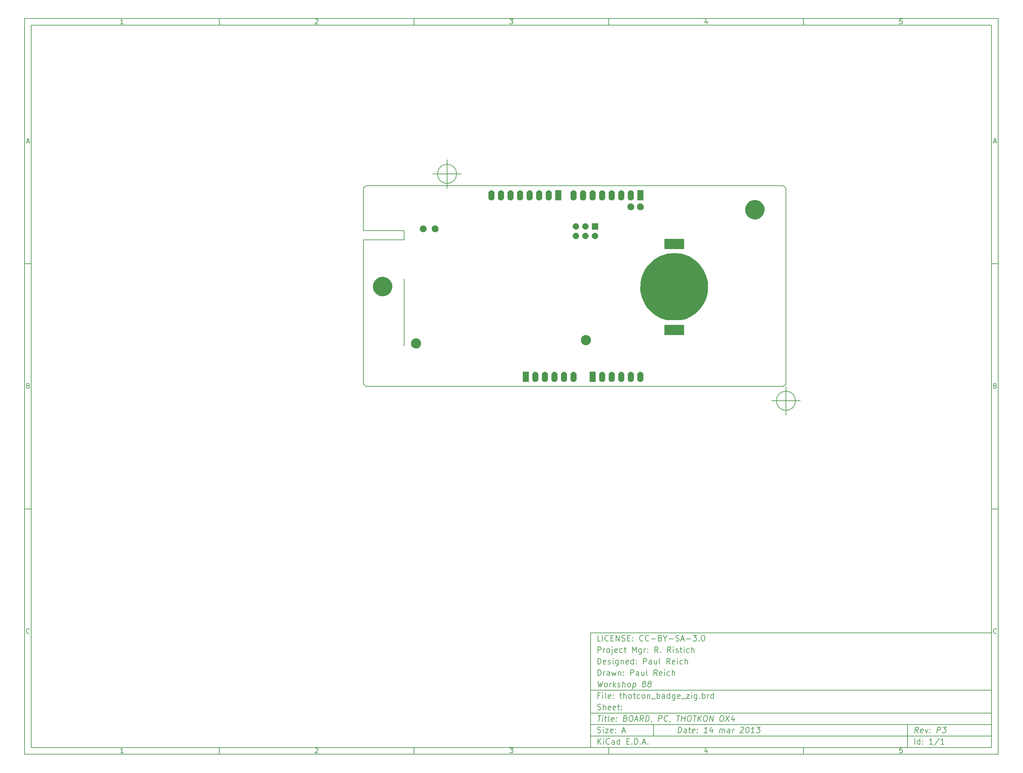
<source format=gbs>
G04 (created by PCBNEW (2012-11-15 BZR 3804)-stable) date Wed 13 Mar 2013 22:53:22 CDT*
%MOIN*%
G04 Gerber Fmt 3.4, Leading zero omitted, Abs format*
%FSLAX34Y34*%
G01*
G70*
G90*
G04 APERTURE LIST*
%ADD10C,0.006*%
%ADD11C,0.00590551*%
G04 APERTURE END LIST*
G54D10*
X-41000Y34000D02*
X61000Y34000D01*
X61000Y-43000D01*
X-41000Y-43000D01*
X-41000Y34000D01*
X-40300Y33300D02*
X60300Y33300D01*
X60300Y-42300D01*
X-40300Y-42300D01*
X-40300Y33300D01*
X-20600Y34000D02*
X-20600Y33300D01*
X-30657Y33447D02*
X-30942Y33447D01*
X-30800Y33447D02*
X-30800Y33947D01*
X-30847Y33876D01*
X-30895Y33828D01*
X-30942Y33804D01*
X-20600Y-43000D02*
X-20600Y-42300D01*
X-30657Y-42852D02*
X-30942Y-42852D01*
X-30800Y-42852D02*
X-30800Y-42352D01*
X-30847Y-42423D01*
X-30895Y-42471D01*
X-30942Y-42495D01*
X-200Y34000D02*
X-200Y33300D01*
X-10542Y33900D02*
X-10519Y33923D01*
X-10471Y33947D01*
X-10352Y33947D01*
X-10304Y33923D01*
X-10280Y33900D01*
X-10257Y33852D01*
X-10257Y33804D01*
X-10280Y33733D01*
X-10566Y33447D01*
X-10257Y33447D01*
X-200Y-43000D02*
X-200Y-42300D01*
X-10542Y-42400D02*
X-10519Y-42376D01*
X-10471Y-42352D01*
X-10352Y-42352D01*
X-10304Y-42376D01*
X-10280Y-42400D01*
X-10257Y-42447D01*
X-10257Y-42495D01*
X-10280Y-42566D01*
X-10566Y-42852D01*
X-10257Y-42852D01*
X20200Y34000D02*
X20200Y33300D01*
X9833Y33947D02*
X10142Y33947D01*
X9976Y33757D01*
X10047Y33757D01*
X10095Y33733D01*
X10119Y33709D01*
X10142Y33661D01*
X10142Y33542D01*
X10119Y33495D01*
X10095Y33471D01*
X10047Y33447D01*
X9904Y33447D01*
X9857Y33471D01*
X9833Y33495D01*
X20200Y-43000D02*
X20200Y-42300D01*
X9833Y-42352D02*
X10142Y-42352D01*
X9976Y-42542D01*
X10047Y-42542D01*
X10095Y-42566D01*
X10119Y-42590D01*
X10142Y-42638D01*
X10142Y-42757D01*
X10119Y-42804D01*
X10095Y-42828D01*
X10047Y-42852D01*
X9904Y-42852D01*
X9857Y-42828D01*
X9833Y-42804D01*
X40600Y34000D02*
X40600Y33300D01*
X30495Y33780D02*
X30495Y33447D01*
X30376Y33971D02*
X30257Y33614D01*
X30566Y33614D01*
X40600Y-43000D02*
X40600Y-42300D01*
X30495Y-42519D02*
X30495Y-42852D01*
X30376Y-42328D02*
X30257Y-42685D01*
X30566Y-42685D01*
X50919Y33947D02*
X50680Y33947D01*
X50657Y33709D01*
X50680Y33733D01*
X50728Y33757D01*
X50847Y33757D01*
X50895Y33733D01*
X50919Y33709D01*
X50942Y33661D01*
X50942Y33542D01*
X50919Y33495D01*
X50895Y33471D01*
X50847Y33447D01*
X50728Y33447D01*
X50680Y33471D01*
X50657Y33495D01*
X50919Y-42352D02*
X50680Y-42352D01*
X50657Y-42590D01*
X50680Y-42566D01*
X50728Y-42542D01*
X50847Y-42542D01*
X50895Y-42566D01*
X50919Y-42590D01*
X50942Y-42638D01*
X50942Y-42757D01*
X50919Y-42804D01*
X50895Y-42828D01*
X50847Y-42852D01*
X50728Y-42852D01*
X50680Y-42828D01*
X50657Y-42804D01*
X-41000Y8340D02*
X-40300Y8340D01*
X-40769Y21110D02*
X-40530Y21110D01*
X-40816Y20967D02*
X-40649Y21467D01*
X-40483Y20967D01*
X61000Y8340D02*
X60300Y8340D01*
X60530Y21110D02*
X60769Y21110D01*
X60483Y20967D02*
X60650Y21467D01*
X60816Y20967D01*
X-41000Y-17320D02*
X-40300Y-17320D01*
X-40614Y-4430D02*
X-40542Y-4454D01*
X-40519Y-4478D01*
X-40495Y-4525D01*
X-40495Y-4597D01*
X-40519Y-4644D01*
X-40542Y-4668D01*
X-40590Y-4692D01*
X-40780Y-4692D01*
X-40780Y-4192D01*
X-40614Y-4192D01*
X-40566Y-4216D01*
X-40542Y-4240D01*
X-40519Y-4287D01*
X-40519Y-4335D01*
X-40542Y-4382D01*
X-40566Y-4406D01*
X-40614Y-4430D01*
X-40780Y-4430D01*
X61000Y-17320D02*
X60300Y-17320D01*
X60685Y-4430D02*
X60757Y-4454D01*
X60780Y-4478D01*
X60804Y-4525D01*
X60804Y-4597D01*
X60780Y-4644D01*
X60757Y-4668D01*
X60709Y-4692D01*
X60519Y-4692D01*
X60519Y-4192D01*
X60685Y-4192D01*
X60733Y-4216D01*
X60757Y-4240D01*
X60780Y-4287D01*
X60780Y-4335D01*
X60757Y-4382D01*
X60733Y-4406D01*
X60685Y-4430D01*
X60519Y-4430D01*
X-40495Y-30304D02*
X-40519Y-30328D01*
X-40590Y-30352D01*
X-40638Y-30352D01*
X-40709Y-30328D01*
X-40757Y-30280D01*
X-40780Y-30233D01*
X-40804Y-30138D01*
X-40804Y-30066D01*
X-40780Y-29971D01*
X-40757Y-29923D01*
X-40709Y-29876D01*
X-40638Y-29852D01*
X-40590Y-29852D01*
X-40519Y-29876D01*
X-40495Y-29900D01*
X60804Y-30304D02*
X60780Y-30328D01*
X60709Y-30352D01*
X60661Y-30352D01*
X60590Y-30328D01*
X60542Y-30280D01*
X60519Y-30233D01*
X60495Y-30138D01*
X60495Y-30066D01*
X60519Y-29971D01*
X60542Y-29923D01*
X60590Y-29876D01*
X60661Y-29852D01*
X60709Y-29852D01*
X60780Y-29876D01*
X60804Y-29900D01*
X27450Y-40742D02*
X27525Y-40142D01*
X27667Y-40142D01*
X27750Y-40171D01*
X27800Y-40228D01*
X27821Y-40285D01*
X27835Y-40400D01*
X27825Y-40485D01*
X27782Y-40600D01*
X27746Y-40657D01*
X27682Y-40714D01*
X27592Y-40742D01*
X27450Y-40742D01*
X28307Y-40742D02*
X28346Y-40428D01*
X28325Y-40371D01*
X28271Y-40342D01*
X28157Y-40342D01*
X28096Y-40371D01*
X28310Y-40714D02*
X28250Y-40742D01*
X28107Y-40742D01*
X28053Y-40714D01*
X28032Y-40657D01*
X28039Y-40600D01*
X28075Y-40542D01*
X28135Y-40514D01*
X28278Y-40514D01*
X28339Y-40485D01*
X28557Y-40342D02*
X28785Y-40342D01*
X28667Y-40142D02*
X28603Y-40657D01*
X28625Y-40714D01*
X28678Y-40742D01*
X28735Y-40742D01*
X29167Y-40714D02*
X29107Y-40742D01*
X28992Y-40742D01*
X28939Y-40714D01*
X28917Y-40657D01*
X28946Y-40428D01*
X28982Y-40371D01*
X29042Y-40342D01*
X29157Y-40342D01*
X29210Y-40371D01*
X29232Y-40428D01*
X29225Y-40485D01*
X28932Y-40542D01*
X29457Y-40685D02*
X29482Y-40714D01*
X29450Y-40742D01*
X29425Y-40714D01*
X29457Y-40685D01*
X29450Y-40742D01*
X29496Y-40371D02*
X29521Y-40400D01*
X29489Y-40428D01*
X29464Y-40400D01*
X29496Y-40371D01*
X29489Y-40428D01*
X30507Y-40742D02*
X30164Y-40742D01*
X30335Y-40742D02*
X30410Y-40142D01*
X30342Y-40228D01*
X30278Y-40285D01*
X30217Y-40314D01*
X31071Y-40342D02*
X31021Y-40742D01*
X30957Y-40114D02*
X30760Y-40542D01*
X31132Y-40542D01*
X31792Y-40742D02*
X31842Y-40342D01*
X31835Y-40400D02*
X31867Y-40371D01*
X31928Y-40342D01*
X32014Y-40342D01*
X32067Y-40371D01*
X32089Y-40428D01*
X32050Y-40742D01*
X32089Y-40428D02*
X32125Y-40371D01*
X32185Y-40342D01*
X32271Y-40342D01*
X32325Y-40371D01*
X32346Y-40428D01*
X32307Y-40742D01*
X32850Y-40742D02*
X32889Y-40428D01*
X32867Y-40371D01*
X32814Y-40342D01*
X32700Y-40342D01*
X32639Y-40371D01*
X32853Y-40714D02*
X32792Y-40742D01*
X32650Y-40742D01*
X32596Y-40714D01*
X32575Y-40657D01*
X32582Y-40600D01*
X32617Y-40542D01*
X32678Y-40514D01*
X32821Y-40514D01*
X32882Y-40485D01*
X33135Y-40742D02*
X33185Y-40342D01*
X33171Y-40457D02*
X33207Y-40400D01*
X33239Y-40371D01*
X33300Y-40342D01*
X33357Y-40342D01*
X34003Y-40200D02*
X34035Y-40171D01*
X34096Y-40142D01*
X34239Y-40142D01*
X34292Y-40171D01*
X34317Y-40200D01*
X34339Y-40257D01*
X34332Y-40314D01*
X34292Y-40400D01*
X33907Y-40742D01*
X34278Y-40742D01*
X34725Y-40142D02*
X34782Y-40142D01*
X34835Y-40171D01*
X34860Y-40200D01*
X34882Y-40257D01*
X34896Y-40371D01*
X34878Y-40514D01*
X34835Y-40628D01*
X34800Y-40685D01*
X34767Y-40714D01*
X34707Y-40742D01*
X34650Y-40742D01*
X34596Y-40714D01*
X34571Y-40685D01*
X34550Y-40628D01*
X34535Y-40514D01*
X34553Y-40371D01*
X34596Y-40257D01*
X34632Y-40200D01*
X34664Y-40171D01*
X34725Y-40142D01*
X35421Y-40742D02*
X35078Y-40742D01*
X35250Y-40742D02*
X35325Y-40142D01*
X35257Y-40228D01*
X35192Y-40285D01*
X35132Y-40314D01*
X35696Y-40142D02*
X36067Y-40142D01*
X35839Y-40371D01*
X35925Y-40371D01*
X35978Y-40400D01*
X36003Y-40428D01*
X36025Y-40485D01*
X36007Y-40628D01*
X35971Y-40685D01*
X35939Y-40714D01*
X35878Y-40742D01*
X35707Y-40742D01*
X35653Y-40714D01*
X35628Y-40685D01*
X19042Y-41942D02*
X19042Y-41342D01*
X19385Y-41942D02*
X19128Y-41600D01*
X19385Y-41342D02*
X19042Y-41685D01*
X19642Y-41942D02*
X19642Y-41542D01*
X19642Y-41342D02*
X19614Y-41371D01*
X19642Y-41400D01*
X19671Y-41371D01*
X19642Y-41342D01*
X19642Y-41400D01*
X20271Y-41885D02*
X20242Y-41914D01*
X20157Y-41942D01*
X20100Y-41942D01*
X20014Y-41914D01*
X19957Y-41857D01*
X19928Y-41800D01*
X19900Y-41685D01*
X19900Y-41600D01*
X19928Y-41485D01*
X19957Y-41428D01*
X20014Y-41371D01*
X20100Y-41342D01*
X20157Y-41342D01*
X20242Y-41371D01*
X20271Y-41400D01*
X20785Y-41942D02*
X20785Y-41628D01*
X20757Y-41571D01*
X20700Y-41542D01*
X20585Y-41542D01*
X20528Y-41571D01*
X20785Y-41914D02*
X20728Y-41942D01*
X20585Y-41942D01*
X20528Y-41914D01*
X20500Y-41857D01*
X20500Y-41800D01*
X20528Y-41742D01*
X20585Y-41714D01*
X20728Y-41714D01*
X20785Y-41685D01*
X21328Y-41942D02*
X21328Y-41342D01*
X21328Y-41914D02*
X21271Y-41942D01*
X21157Y-41942D01*
X21100Y-41914D01*
X21071Y-41885D01*
X21042Y-41828D01*
X21042Y-41657D01*
X21071Y-41600D01*
X21100Y-41571D01*
X21157Y-41542D01*
X21271Y-41542D01*
X21328Y-41571D01*
X22071Y-41628D02*
X22271Y-41628D01*
X22357Y-41942D02*
X22071Y-41942D01*
X22071Y-41342D01*
X22357Y-41342D01*
X22614Y-41885D02*
X22642Y-41914D01*
X22614Y-41942D01*
X22585Y-41914D01*
X22614Y-41885D01*
X22614Y-41942D01*
X22899Y-41942D02*
X22899Y-41342D01*
X23042Y-41342D01*
X23128Y-41371D01*
X23185Y-41428D01*
X23214Y-41485D01*
X23242Y-41600D01*
X23242Y-41685D01*
X23214Y-41800D01*
X23185Y-41857D01*
X23128Y-41914D01*
X23042Y-41942D01*
X22899Y-41942D01*
X23499Y-41885D02*
X23528Y-41914D01*
X23499Y-41942D01*
X23471Y-41914D01*
X23499Y-41885D01*
X23499Y-41942D01*
X23757Y-41771D02*
X24042Y-41771D01*
X23699Y-41942D02*
X23899Y-41342D01*
X24099Y-41942D01*
X24299Y-41885D02*
X24328Y-41914D01*
X24299Y-41942D01*
X24271Y-41914D01*
X24299Y-41885D01*
X24299Y-41942D01*
X52592Y-40742D02*
X52428Y-40457D01*
X52250Y-40742D02*
X52325Y-40142D01*
X52553Y-40142D01*
X52607Y-40171D01*
X52632Y-40200D01*
X52653Y-40257D01*
X52642Y-40342D01*
X52607Y-40400D01*
X52575Y-40428D01*
X52514Y-40457D01*
X52285Y-40457D01*
X53082Y-40714D02*
X53021Y-40742D01*
X52907Y-40742D01*
X52853Y-40714D01*
X52832Y-40657D01*
X52860Y-40428D01*
X52896Y-40371D01*
X52957Y-40342D01*
X53071Y-40342D01*
X53125Y-40371D01*
X53146Y-40428D01*
X53139Y-40485D01*
X52846Y-40542D01*
X53357Y-40342D02*
X53450Y-40742D01*
X53642Y-40342D01*
X53828Y-40685D02*
X53853Y-40714D01*
X53821Y-40742D01*
X53796Y-40714D01*
X53828Y-40685D01*
X53821Y-40742D01*
X53867Y-40371D02*
X53892Y-40400D01*
X53860Y-40428D01*
X53835Y-40400D01*
X53867Y-40371D01*
X53860Y-40428D01*
X54564Y-40742D02*
X54639Y-40142D01*
X54867Y-40142D01*
X54921Y-40171D01*
X54946Y-40200D01*
X54967Y-40257D01*
X54957Y-40342D01*
X54921Y-40400D01*
X54889Y-40428D01*
X54828Y-40457D01*
X54600Y-40457D01*
X55182Y-40142D02*
X55553Y-40142D01*
X55325Y-40371D01*
X55410Y-40371D01*
X55464Y-40400D01*
X55489Y-40428D01*
X55510Y-40485D01*
X55492Y-40628D01*
X55457Y-40685D01*
X55425Y-40714D01*
X55364Y-40742D01*
X55192Y-40742D01*
X55139Y-40714D01*
X55114Y-40685D01*
X19014Y-40714D02*
X19100Y-40742D01*
X19242Y-40742D01*
X19300Y-40714D01*
X19328Y-40685D01*
X19357Y-40628D01*
X19357Y-40571D01*
X19328Y-40514D01*
X19300Y-40485D01*
X19242Y-40457D01*
X19128Y-40428D01*
X19071Y-40400D01*
X19042Y-40371D01*
X19014Y-40314D01*
X19014Y-40257D01*
X19042Y-40200D01*
X19071Y-40171D01*
X19128Y-40142D01*
X19271Y-40142D01*
X19357Y-40171D01*
X19614Y-40742D02*
X19614Y-40342D01*
X19614Y-40142D02*
X19585Y-40171D01*
X19614Y-40200D01*
X19642Y-40171D01*
X19614Y-40142D01*
X19614Y-40200D01*
X19842Y-40342D02*
X20157Y-40342D01*
X19842Y-40742D01*
X20157Y-40742D01*
X20614Y-40714D02*
X20557Y-40742D01*
X20442Y-40742D01*
X20385Y-40714D01*
X20357Y-40657D01*
X20357Y-40428D01*
X20385Y-40371D01*
X20442Y-40342D01*
X20557Y-40342D01*
X20614Y-40371D01*
X20642Y-40428D01*
X20642Y-40485D01*
X20357Y-40542D01*
X20900Y-40685D02*
X20928Y-40714D01*
X20900Y-40742D01*
X20871Y-40714D01*
X20900Y-40685D01*
X20900Y-40742D01*
X20900Y-40371D02*
X20928Y-40400D01*
X20900Y-40428D01*
X20871Y-40400D01*
X20900Y-40371D01*
X20900Y-40428D01*
X21614Y-40571D02*
X21900Y-40571D01*
X21557Y-40742D02*
X21757Y-40142D01*
X21957Y-40742D01*
X52242Y-41942D02*
X52242Y-41342D01*
X52785Y-41942D02*
X52785Y-41342D01*
X52785Y-41914D02*
X52728Y-41942D01*
X52614Y-41942D01*
X52557Y-41914D01*
X52528Y-41885D01*
X52500Y-41828D01*
X52500Y-41657D01*
X52528Y-41600D01*
X52557Y-41571D01*
X52614Y-41542D01*
X52728Y-41542D01*
X52785Y-41571D01*
X53071Y-41885D02*
X53100Y-41914D01*
X53071Y-41942D01*
X53042Y-41914D01*
X53071Y-41885D01*
X53071Y-41942D01*
X53071Y-41571D02*
X53100Y-41600D01*
X53071Y-41628D01*
X53042Y-41600D01*
X53071Y-41571D01*
X53071Y-41628D01*
X54128Y-41942D02*
X53785Y-41942D01*
X53957Y-41942D02*
X53957Y-41342D01*
X53899Y-41428D01*
X53842Y-41485D01*
X53785Y-41514D01*
X54814Y-41314D02*
X54300Y-42085D01*
X55328Y-41942D02*
X54985Y-41942D01*
X55157Y-41942D02*
X55157Y-41342D01*
X55099Y-41428D01*
X55042Y-41485D01*
X54985Y-41514D01*
X19039Y-38942D02*
X19382Y-38942D01*
X19135Y-39542D02*
X19210Y-38942D01*
X19507Y-39542D02*
X19557Y-39142D01*
X19582Y-38942D02*
X19550Y-38971D01*
X19575Y-39000D01*
X19607Y-38971D01*
X19582Y-38942D01*
X19575Y-39000D01*
X19757Y-39142D02*
X19985Y-39142D01*
X19867Y-38942D02*
X19803Y-39457D01*
X19825Y-39514D01*
X19878Y-39542D01*
X19935Y-39542D01*
X20221Y-39542D02*
X20167Y-39514D01*
X20146Y-39457D01*
X20210Y-38942D01*
X20682Y-39514D02*
X20621Y-39542D01*
X20507Y-39542D01*
X20453Y-39514D01*
X20432Y-39457D01*
X20460Y-39228D01*
X20496Y-39171D01*
X20557Y-39142D01*
X20671Y-39142D01*
X20725Y-39171D01*
X20746Y-39228D01*
X20739Y-39285D01*
X20446Y-39342D01*
X20971Y-39485D02*
X20996Y-39514D01*
X20964Y-39542D01*
X20939Y-39514D01*
X20971Y-39485D01*
X20964Y-39542D01*
X21010Y-39171D02*
X21035Y-39200D01*
X21003Y-39228D01*
X20978Y-39200D01*
X21010Y-39171D01*
X21003Y-39228D01*
X21946Y-39228D02*
X22028Y-39257D01*
X22053Y-39285D01*
X22075Y-39342D01*
X22064Y-39428D01*
X22028Y-39485D01*
X21996Y-39514D01*
X21935Y-39542D01*
X21707Y-39542D01*
X21782Y-38942D01*
X21982Y-38942D01*
X22035Y-38971D01*
X22060Y-39000D01*
X22082Y-39057D01*
X22075Y-39114D01*
X22039Y-39171D01*
X22007Y-39200D01*
X21946Y-39228D01*
X21746Y-39228D01*
X22496Y-38942D02*
X22610Y-38942D01*
X22664Y-38971D01*
X22714Y-39028D01*
X22728Y-39142D01*
X22703Y-39342D01*
X22660Y-39457D01*
X22596Y-39514D01*
X22535Y-39542D01*
X22421Y-39542D01*
X22367Y-39514D01*
X22317Y-39457D01*
X22303Y-39342D01*
X22328Y-39142D01*
X22371Y-39028D01*
X22435Y-38971D01*
X22496Y-38942D01*
X22928Y-39371D02*
X23214Y-39371D01*
X22850Y-39542D02*
X23125Y-38942D01*
X23250Y-39542D01*
X23792Y-39542D02*
X23628Y-39257D01*
X23450Y-39542D02*
X23525Y-38942D01*
X23753Y-38942D01*
X23807Y-38971D01*
X23832Y-39000D01*
X23853Y-39057D01*
X23842Y-39142D01*
X23807Y-39200D01*
X23775Y-39228D01*
X23714Y-39257D01*
X23485Y-39257D01*
X24050Y-39542D02*
X24125Y-38942D01*
X24267Y-38942D01*
X24350Y-38971D01*
X24400Y-39028D01*
X24421Y-39085D01*
X24435Y-39200D01*
X24425Y-39285D01*
X24382Y-39400D01*
X24346Y-39457D01*
X24282Y-39514D01*
X24192Y-39542D01*
X24050Y-39542D01*
X24682Y-39514D02*
X24678Y-39542D01*
X24642Y-39600D01*
X24610Y-39628D01*
X25392Y-39542D02*
X25467Y-38942D01*
X25696Y-38942D01*
X25749Y-38971D01*
X25775Y-39000D01*
X25796Y-39057D01*
X25785Y-39142D01*
X25750Y-39200D01*
X25717Y-39228D01*
X25657Y-39257D01*
X25428Y-39257D01*
X26342Y-39485D02*
X26310Y-39514D01*
X26221Y-39542D01*
X26164Y-39542D01*
X26082Y-39514D01*
X26032Y-39457D01*
X26010Y-39400D01*
X25996Y-39285D01*
X26007Y-39200D01*
X26050Y-39085D01*
X26085Y-39028D01*
X26149Y-38971D01*
X26239Y-38942D01*
X26296Y-38942D01*
X26378Y-38971D01*
X26403Y-39000D01*
X26625Y-39514D02*
X26621Y-39542D01*
X26585Y-39600D01*
X26553Y-39628D01*
X27325Y-38942D02*
X27667Y-38942D01*
X27421Y-39542D02*
X27496Y-38942D01*
X27792Y-39542D02*
X27867Y-38942D01*
X27832Y-39228D02*
X28175Y-39228D01*
X28135Y-39542D02*
X28210Y-38942D01*
X28610Y-38942D02*
X28725Y-38942D01*
X28778Y-38971D01*
X28828Y-39028D01*
X28842Y-39142D01*
X28817Y-39342D01*
X28774Y-39457D01*
X28710Y-39514D01*
X28650Y-39542D01*
X28535Y-39542D01*
X28482Y-39514D01*
X28432Y-39457D01*
X28417Y-39342D01*
X28442Y-39142D01*
X28485Y-39028D01*
X28549Y-38971D01*
X28610Y-38942D01*
X29039Y-38942D02*
X29382Y-38942D01*
X29135Y-39542D02*
X29210Y-38942D01*
X29507Y-39542D02*
X29582Y-38942D01*
X29849Y-39542D02*
X29635Y-39200D01*
X29924Y-38942D02*
X29539Y-39285D01*
X30296Y-38942D02*
X30410Y-38942D01*
X30464Y-38971D01*
X30514Y-39028D01*
X30528Y-39142D01*
X30503Y-39342D01*
X30460Y-39457D01*
X30396Y-39514D01*
X30335Y-39542D01*
X30221Y-39542D01*
X30167Y-39514D01*
X30117Y-39457D01*
X30103Y-39342D01*
X30128Y-39142D01*
X30171Y-39028D01*
X30235Y-38971D01*
X30296Y-38942D01*
X30735Y-39542D02*
X30810Y-38942D01*
X31078Y-39542D01*
X31153Y-38942D01*
X32010Y-38942D02*
X32124Y-38942D01*
X32178Y-38971D01*
X32228Y-39028D01*
X32242Y-39142D01*
X32217Y-39342D01*
X32174Y-39457D01*
X32110Y-39514D01*
X32049Y-39542D01*
X31935Y-39542D01*
X31882Y-39514D01*
X31832Y-39457D01*
X31817Y-39342D01*
X31842Y-39142D01*
X31885Y-39028D01*
X31949Y-38971D01*
X32010Y-38942D01*
X32467Y-38942D02*
X32792Y-39542D01*
X32867Y-38942D02*
X32392Y-39542D01*
X33328Y-39142D02*
X33278Y-39542D01*
X33214Y-38914D02*
X33017Y-39342D01*
X33389Y-39342D01*
X19242Y-36828D02*
X19042Y-36828D01*
X19042Y-37142D02*
X19042Y-36542D01*
X19328Y-36542D01*
X19557Y-37142D02*
X19557Y-36742D01*
X19557Y-36542D02*
X19528Y-36571D01*
X19557Y-36600D01*
X19585Y-36571D01*
X19557Y-36542D01*
X19557Y-36600D01*
X19928Y-37142D02*
X19871Y-37114D01*
X19842Y-37057D01*
X19842Y-36542D01*
X20385Y-37114D02*
X20328Y-37142D01*
X20214Y-37142D01*
X20157Y-37114D01*
X20128Y-37057D01*
X20128Y-36828D01*
X20157Y-36771D01*
X20214Y-36742D01*
X20328Y-36742D01*
X20385Y-36771D01*
X20414Y-36828D01*
X20414Y-36885D01*
X20128Y-36942D01*
X20671Y-37085D02*
X20700Y-37114D01*
X20671Y-37142D01*
X20642Y-37114D01*
X20671Y-37085D01*
X20671Y-37142D01*
X20671Y-36771D02*
X20700Y-36800D01*
X20671Y-36828D01*
X20642Y-36800D01*
X20671Y-36771D01*
X20671Y-36828D01*
X21328Y-36742D02*
X21557Y-36742D01*
X21414Y-36542D02*
X21414Y-37057D01*
X21442Y-37114D01*
X21500Y-37142D01*
X21557Y-37142D01*
X21757Y-37142D02*
X21757Y-36542D01*
X22014Y-37142D02*
X22014Y-36828D01*
X21985Y-36771D01*
X21928Y-36742D01*
X21842Y-36742D01*
X21785Y-36771D01*
X21757Y-36800D01*
X22385Y-37142D02*
X22328Y-37114D01*
X22300Y-37085D01*
X22271Y-37028D01*
X22271Y-36857D01*
X22300Y-36800D01*
X22328Y-36771D01*
X22385Y-36742D01*
X22471Y-36742D01*
X22528Y-36771D01*
X22557Y-36800D01*
X22585Y-36857D01*
X22585Y-37028D01*
X22557Y-37085D01*
X22528Y-37114D01*
X22471Y-37142D01*
X22385Y-37142D01*
X22757Y-36742D02*
X22985Y-36742D01*
X22842Y-36542D02*
X22842Y-37057D01*
X22871Y-37114D01*
X22928Y-37142D01*
X22985Y-37142D01*
X23442Y-37114D02*
X23385Y-37142D01*
X23271Y-37142D01*
X23214Y-37114D01*
X23185Y-37085D01*
X23157Y-37028D01*
X23157Y-36857D01*
X23185Y-36800D01*
X23214Y-36771D01*
X23271Y-36742D01*
X23385Y-36742D01*
X23442Y-36771D01*
X23785Y-37142D02*
X23728Y-37114D01*
X23700Y-37085D01*
X23671Y-37028D01*
X23671Y-36857D01*
X23700Y-36800D01*
X23728Y-36771D01*
X23785Y-36742D01*
X23871Y-36742D01*
X23928Y-36771D01*
X23957Y-36800D01*
X23985Y-36857D01*
X23985Y-37028D01*
X23957Y-37085D01*
X23928Y-37114D01*
X23871Y-37142D01*
X23785Y-37142D01*
X24242Y-36742D02*
X24242Y-37142D01*
X24242Y-36800D02*
X24271Y-36771D01*
X24328Y-36742D01*
X24414Y-36742D01*
X24471Y-36771D01*
X24500Y-36828D01*
X24500Y-37142D01*
X24642Y-37200D02*
X25100Y-37200D01*
X25242Y-37142D02*
X25242Y-36542D01*
X25242Y-36771D02*
X25300Y-36742D01*
X25414Y-36742D01*
X25471Y-36771D01*
X25500Y-36800D01*
X25528Y-36857D01*
X25528Y-37028D01*
X25500Y-37085D01*
X25471Y-37114D01*
X25414Y-37142D01*
X25300Y-37142D01*
X25242Y-37114D01*
X26042Y-37142D02*
X26042Y-36828D01*
X26014Y-36771D01*
X25957Y-36742D01*
X25842Y-36742D01*
X25785Y-36771D01*
X26042Y-37114D02*
X25985Y-37142D01*
X25842Y-37142D01*
X25785Y-37114D01*
X25757Y-37057D01*
X25757Y-37000D01*
X25785Y-36942D01*
X25842Y-36914D01*
X25985Y-36914D01*
X26042Y-36885D01*
X26585Y-37142D02*
X26585Y-36542D01*
X26585Y-37114D02*
X26528Y-37142D01*
X26414Y-37142D01*
X26357Y-37114D01*
X26328Y-37085D01*
X26300Y-37028D01*
X26300Y-36857D01*
X26328Y-36800D01*
X26357Y-36771D01*
X26414Y-36742D01*
X26528Y-36742D01*
X26585Y-36771D01*
X27128Y-36742D02*
X27128Y-37228D01*
X27100Y-37285D01*
X27071Y-37314D01*
X27014Y-37342D01*
X26928Y-37342D01*
X26871Y-37314D01*
X27128Y-37114D02*
X27071Y-37142D01*
X26957Y-37142D01*
X26900Y-37114D01*
X26871Y-37085D01*
X26842Y-37028D01*
X26842Y-36857D01*
X26871Y-36800D01*
X26900Y-36771D01*
X26957Y-36742D01*
X27071Y-36742D01*
X27128Y-36771D01*
X27642Y-37114D02*
X27585Y-37142D01*
X27471Y-37142D01*
X27414Y-37114D01*
X27385Y-37057D01*
X27385Y-36828D01*
X27414Y-36771D01*
X27471Y-36742D01*
X27585Y-36742D01*
X27642Y-36771D01*
X27671Y-36828D01*
X27671Y-36885D01*
X27385Y-36942D01*
X27785Y-37200D02*
X28242Y-37200D01*
X28328Y-36742D02*
X28642Y-36742D01*
X28328Y-37142D01*
X28642Y-37142D01*
X28871Y-37142D02*
X28871Y-36742D01*
X28871Y-36542D02*
X28842Y-36571D01*
X28871Y-36600D01*
X28900Y-36571D01*
X28871Y-36542D01*
X28871Y-36600D01*
X29414Y-36742D02*
X29414Y-37228D01*
X29385Y-37285D01*
X29357Y-37314D01*
X29299Y-37342D01*
X29214Y-37342D01*
X29157Y-37314D01*
X29414Y-37114D02*
X29357Y-37142D01*
X29242Y-37142D01*
X29185Y-37114D01*
X29157Y-37085D01*
X29128Y-37028D01*
X29128Y-36857D01*
X29157Y-36800D01*
X29185Y-36771D01*
X29242Y-36742D01*
X29357Y-36742D01*
X29414Y-36771D01*
X29699Y-37085D02*
X29728Y-37114D01*
X29699Y-37142D01*
X29671Y-37114D01*
X29699Y-37085D01*
X29699Y-37142D01*
X29985Y-37142D02*
X29985Y-36542D01*
X29985Y-36771D02*
X30042Y-36742D01*
X30157Y-36742D01*
X30214Y-36771D01*
X30242Y-36800D01*
X30271Y-36857D01*
X30271Y-37028D01*
X30242Y-37085D01*
X30214Y-37114D01*
X30157Y-37142D01*
X30042Y-37142D01*
X29985Y-37114D01*
X30528Y-37142D02*
X30528Y-36742D01*
X30528Y-36857D02*
X30557Y-36800D01*
X30585Y-36771D01*
X30642Y-36742D01*
X30699Y-36742D01*
X31157Y-37142D02*
X31157Y-36542D01*
X31157Y-37114D02*
X31099Y-37142D01*
X30985Y-37142D01*
X30928Y-37114D01*
X30899Y-37085D01*
X30871Y-37028D01*
X30871Y-36857D01*
X30899Y-36800D01*
X30928Y-36771D01*
X30985Y-36742D01*
X31099Y-36742D01*
X31157Y-36771D01*
X19014Y-38314D02*
X19100Y-38342D01*
X19242Y-38342D01*
X19300Y-38314D01*
X19328Y-38285D01*
X19357Y-38228D01*
X19357Y-38171D01*
X19328Y-38114D01*
X19300Y-38085D01*
X19242Y-38057D01*
X19128Y-38028D01*
X19071Y-38000D01*
X19042Y-37971D01*
X19014Y-37914D01*
X19014Y-37857D01*
X19042Y-37800D01*
X19071Y-37771D01*
X19128Y-37742D01*
X19271Y-37742D01*
X19357Y-37771D01*
X19614Y-38342D02*
X19614Y-37742D01*
X19871Y-38342D02*
X19871Y-38028D01*
X19842Y-37971D01*
X19785Y-37942D01*
X19700Y-37942D01*
X19642Y-37971D01*
X19614Y-38000D01*
X20385Y-38314D02*
X20328Y-38342D01*
X20214Y-38342D01*
X20157Y-38314D01*
X20128Y-38257D01*
X20128Y-38028D01*
X20157Y-37971D01*
X20214Y-37942D01*
X20328Y-37942D01*
X20385Y-37971D01*
X20414Y-38028D01*
X20414Y-38085D01*
X20128Y-38142D01*
X20900Y-38314D02*
X20842Y-38342D01*
X20728Y-38342D01*
X20671Y-38314D01*
X20642Y-38257D01*
X20642Y-38028D01*
X20671Y-37971D01*
X20728Y-37942D01*
X20842Y-37942D01*
X20900Y-37971D01*
X20928Y-38028D01*
X20928Y-38085D01*
X20642Y-38142D01*
X21100Y-37942D02*
X21328Y-37942D01*
X21185Y-37742D02*
X21185Y-38257D01*
X21214Y-38314D01*
X21271Y-38342D01*
X21328Y-38342D01*
X21528Y-38285D02*
X21557Y-38314D01*
X21528Y-38342D01*
X21500Y-38314D01*
X21528Y-38285D01*
X21528Y-38342D01*
X21528Y-37971D02*
X21557Y-38000D01*
X21528Y-38028D01*
X21500Y-38000D01*
X21528Y-37971D01*
X21528Y-38028D01*
X19067Y-35342D02*
X19135Y-35942D01*
X19303Y-35514D01*
X19364Y-35942D01*
X19582Y-35342D01*
X19821Y-35942D02*
X19767Y-35914D01*
X19742Y-35885D01*
X19721Y-35828D01*
X19742Y-35657D01*
X19778Y-35600D01*
X19810Y-35571D01*
X19871Y-35542D01*
X19957Y-35542D01*
X20010Y-35571D01*
X20035Y-35600D01*
X20057Y-35657D01*
X20035Y-35828D01*
X20000Y-35885D01*
X19967Y-35914D01*
X19907Y-35942D01*
X19821Y-35942D01*
X20278Y-35942D02*
X20328Y-35542D01*
X20314Y-35657D02*
X20350Y-35600D01*
X20382Y-35571D01*
X20442Y-35542D01*
X20500Y-35542D01*
X20650Y-35942D02*
X20725Y-35342D01*
X20735Y-35714D02*
X20878Y-35942D01*
X20928Y-35542D02*
X20671Y-35771D01*
X21110Y-35914D02*
X21164Y-35942D01*
X21278Y-35942D01*
X21339Y-35914D01*
X21375Y-35857D01*
X21378Y-35828D01*
X21357Y-35771D01*
X21303Y-35742D01*
X21217Y-35742D01*
X21164Y-35714D01*
X21142Y-35657D01*
X21146Y-35628D01*
X21182Y-35571D01*
X21242Y-35542D01*
X21328Y-35542D01*
X21382Y-35571D01*
X21621Y-35942D02*
X21696Y-35342D01*
X21878Y-35942D02*
X21917Y-35628D01*
X21896Y-35571D01*
X21842Y-35542D01*
X21757Y-35542D01*
X21696Y-35571D01*
X21664Y-35600D01*
X22249Y-35942D02*
X22196Y-35914D01*
X22171Y-35885D01*
X22150Y-35828D01*
X22171Y-35657D01*
X22207Y-35600D01*
X22239Y-35571D01*
X22299Y-35542D01*
X22385Y-35542D01*
X22439Y-35571D01*
X22464Y-35600D01*
X22485Y-35657D01*
X22464Y-35828D01*
X22428Y-35885D01*
X22396Y-35914D01*
X22335Y-35942D01*
X22249Y-35942D01*
X22757Y-35542D02*
X22682Y-36142D01*
X22753Y-35571D02*
X22814Y-35542D01*
X22928Y-35542D01*
X22982Y-35571D01*
X23007Y-35600D01*
X23028Y-35657D01*
X23007Y-35828D01*
X22971Y-35885D01*
X22939Y-35914D01*
X22878Y-35942D01*
X22764Y-35942D01*
X22710Y-35914D01*
X23835Y-35600D02*
X23782Y-35571D01*
X23757Y-35542D01*
X23735Y-35485D01*
X23739Y-35457D01*
X23774Y-35400D01*
X23807Y-35371D01*
X23867Y-35342D01*
X23982Y-35342D01*
X24035Y-35371D01*
X24060Y-35400D01*
X24082Y-35457D01*
X24078Y-35485D01*
X24042Y-35542D01*
X24010Y-35571D01*
X23949Y-35600D01*
X23835Y-35600D01*
X23775Y-35628D01*
X23742Y-35657D01*
X23707Y-35714D01*
X23692Y-35828D01*
X23714Y-35885D01*
X23739Y-35914D01*
X23792Y-35942D01*
X23907Y-35942D01*
X23967Y-35914D01*
X23999Y-35885D01*
X24035Y-35828D01*
X24049Y-35714D01*
X24028Y-35657D01*
X24003Y-35628D01*
X23949Y-35600D01*
X24407Y-35600D02*
X24353Y-35571D01*
X24328Y-35542D01*
X24307Y-35485D01*
X24310Y-35457D01*
X24346Y-35400D01*
X24378Y-35371D01*
X24439Y-35342D01*
X24553Y-35342D01*
X24607Y-35371D01*
X24632Y-35400D01*
X24653Y-35457D01*
X24650Y-35485D01*
X24614Y-35542D01*
X24582Y-35571D01*
X24521Y-35600D01*
X24407Y-35600D01*
X24346Y-35628D01*
X24314Y-35657D01*
X24278Y-35714D01*
X24264Y-35828D01*
X24285Y-35885D01*
X24310Y-35914D01*
X24364Y-35942D01*
X24478Y-35942D01*
X24539Y-35914D01*
X24571Y-35885D01*
X24607Y-35828D01*
X24621Y-35714D01*
X24599Y-35657D01*
X24575Y-35628D01*
X24521Y-35600D01*
X19042Y-34742D02*
X19042Y-34142D01*
X19185Y-34142D01*
X19271Y-34171D01*
X19328Y-34228D01*
X19357Y-34285D01*
X19385Y-34400D01*
X19385Y-34485D01*
X19357Y-34600D01*
X19328Y-34657D01*
X19271Y-34714D01*
X19185Y-34742D01*
X19042Y-34742D01*
X19642Y-34742D02*
X19642Y-34342D01*
X19642Y-34457D02*
X19671Y-34400D01*
X19700Y-34371D01*
X19757Y-34342D01*
X19814Y-34342D01*
X20271Y-34742D02*
X20271Y-34428D01*
X20242Y-34371D01*
X20185Y-34342D01*
X20071Y-34342D01*
X20014Y-34371D01*
X20271Y-34714D02*
X20214Y-34742D01*
X20071Y-34742D01*
X20014Y-34714D01*
X19985Y-34657D01*
X19985Y-34600D01*
X20014Y-34542D01*
X20071Y-34514D01*
X20214Y-34514D01*
X20271Y-34485D01*
X20500Y-34342D02*
X20614Y-34742D01*
X20728Y-34457D01*
X20842Y-34742D01*
X20957Y-34342D01*
X21185Y-34342D02*
X21185Y-34742D01*
X21185Y-34400D02*
X21214Y-34371D01*
X21271Y-34342D01*
X21357Y-34342D01*
X21414Y-34371D01*
X21442Y-34428D01*
X21442Y-34742D01*
X21728Y-34685D02*
X21757Y-34714D01*
X21728Y-34742D01*
X21700Y-34714D01*
X21728Y-34685D01*
X21728Y-34742D01*
X21728Y-34371D02*
X21757Y-34400D01*
X21728Y-34428D01*
X21700Y-34400D01*
X21728Y-34371D01*
X21728Y-34428D01*
X22471Y-34742D02*
X22471Y-34142D01*
X22700Y-34142D01*
X22757Y-34171D01*
X22785Y-34200D01*
X22814Y-34257D01*
X22814Y-34342D01*
X22785Y-34400D01*
X22757Y-34428D01*
X22700Y-34457D01*
X22471Y-34457D01*
X23328Y-34742D02*
X23328Y-34428D01*
X23300Y-34371D01*
X23242Y-34342D01*
X23128Y-34342D01*
X23071Y-34371D01*
X23328Y-34714D02*
X23271Y-34742D01*
X23128Y-34742D01*
X23071Y-34714D01*
X23042Y-34657D01*
X23042Y-34600D01*
X23071Y-34542D01*
X23128Y-34514D01*
X23271Y-34514D01*
X23328Y-34485D01*
X23871Y-34342D02*
X23871Y-34742D01*
X23614Y-34342D02*
X23614Y-34657D01*
X23642Y-34714D01*
X23699Y-34742D01*
X23785Y-34742D01*
X23842Y-34714D01*
X23871Y-34685D01*
X24242Y-34742D02*
X24185Y-34714D01*
X24157Y-34657D01*
X24157Y-34142D01*
X25271Y-34742D02*
X25071Y-34457D01*
X24928Y-34742D02*
X24928Y-34142D01*
X25157Y-34142D01*
X25214Y-34171D01*
X25242Y-34200D01*
X25271Y-34257D01*
X25271Y-34342D01*
X25242Y-34400D01*
X25214Y-34428D01*
X25157Y-34457D01*
X24928Y-34457D01*
X25757Y-34714D02*
X25700Y-34742D01*
X25585Y-34742D01*
X25528Y-34714D01*
X25500Y-34657D01*
X25500Y-34428D01*
X25528Y-34371D01*
X25585Y-34342D01*
X25700Y-34342D01*
X25757Y-34371D01*
X25785Y-34428D01*
X25785Y-34485D01*
X25500Y-34542D01*
X26042Y-34742D02*
X26042Y-34342D01*
X26042Y-34142D02*
X26014Y-34171D01*
X26042Y-34200D01*
X26071Y-34171D01*
X26042Y-34142D01*
X26042Y-34200D01*
X26585Y-34714D02*
X26528Y-34742D01*
X26414Y-34742D01*
X26357Y-34714D01*
X26328Y-34685D01*
X26300Y-34628D01*
X26300Y-34457D01*
X26328Y-34400D01*
X26357Y-34371D01*
X26414Y-34342D01*
X26528Y-34342D01*
X26585Y-34371D01*
X26842Y-34742D02*
X26842Y-34142D01*
X27100Y-34742D02*
X27100Y-34428D01*
X27071Y-34371D01*
X27014Y-34342D01*
X26928Y-34342D01*
X26871Y-34371D01*
X26842Y-34400D01*
X19042Y-33542D02*
X19042Y-32942D01*
X19185Y-32942D01*
X19271Y-32971D01*
X19328Y-33028D01*
X19357Y-33085D01*
X19385Y-33200D01*
X19385Y-33285D01*
X19357Y-33400D01*
X19328Y-33457D01*
X19271Y-33514D01*
X19185Y-33542D01*
X19042Y-33542D01*
X19871Y-33514D02*
X19814Y-33542D01*
X19700Y-33542D01*
X19642Y-33514D01*
X19614Y-33457D01*
X19614Y-33228D01*
X19642Y-33171D01*
X19700Y-33142D01*
X19814Y-33142D01*
X19871Y-33171D01*
X19900Y-33228D01*
X19900Y-33285D01*
X19614Y-33342D01*
X20128Y-33514D02*
X20185Y-33542D01*
X20300Y-33542D01*
X20357Y-33514D01*
X20385Y-33457D01*
X20385Y-33428D01*
X20357Y-33371D01*
X20300Y-33342D01*
X20214Y-33342D01*
X20157Y-33314D01*
X20128Y-33257D01*
X20128Y-33228D01*
X20157Y-33171D01*
X20214Y-33142D01*
X20300Y-33142D01*
X20357Y-33171D01*
X20642Y-33542D02*
X20642Y-33142D01*
X20642Y-32942D02*
X20614Y-32971D01*
X20642Y-33000D01*
X20671Y-32971D01*
X20642Y-32942D01*
X20642Y-33000D01*
X21185Y-33142D02*
X21185Y-33628D01*
X21157Y-33685D01*
X21128Y-33714D01*
X21071Y-33742D01*
X20985Y-33742D01*
X20928Y-33714D01*
X21185Y-33514D02*
X21128Y-33542D01*
X21014Y-33542D01*
X20957Y-33514D01*
X20928Y-33485D01*
X20900Y-33428D01*
X20900Y-33257D01*
X20928Y-33200D01*
X20957Y-33171D01*
X21014Y-33142D01*
X21128Y-33142D01*
X21185Y-33171D01*
X21471Y-33142D02*
X21471Y-33542D01*
X21471Y-33200D02*
X21500Y-33171D01*
X21557Y-33142D01*
X21642Y-33142D01*
X21700Y-33171D01*
X21728Y-33228D01*
X21728Y-33542D01*
X22242Y-33514D02*
X22185Y-33542D01*
X22071Y-33542D01*
X22014Y-33514D01*
X21985Y-33457D01*
X21985Y-33228D01*
X22014Y-33171D01*
X22071Y-33142D01*
X22185Y-33142D01*
X22242Y-33171D01*
X22271Y-33228D01*
X22271Y-33285D01*
X21985Y-33342D01*
X22785Y-33542D02*
X22785Y-32942D01*
X22785Y-33514D02*
X22728Y-33542D01*
X22614Y-33542D01*
X22557Y-33514D01*
X22528Y-33485D01*
X22500Y-33428D01*
X22500Y-33257D01*
X22528Y-33200D01*
X22557Y-33171D01*
X22614Y-33142D01*
X22728Y-33142D01*
X22785Y-33171D01*
X23071Y-33485D02*
X23100Y-33514D01*
X23071Y-33542D01*
X23042Y-33514D01*
X23071Y-33485D01*
X23071Y-33542D01*
X23071Y-33171D02*
X23100Y-33200D01*
X23071Y-33228D01*
X23042Y-33200D01*
X23071Y-33171D01*
X23071Y-33228D01*
X23814Y-33542D02*
X23814Y-32942D01*
X24042Y-32942D01*
X24099Y-32971D01*
X24128Y-33000D01*
X24157Y-33057D01*
X24157Y-33142D01*
X24128Y-33200D01*
X24099Y-33228D01*
X24042Y-33257D01*
X23814Y-33257D01*
X24671Y-33542D02*
X24671Y-33228D01*
X24642Y-33171D01*
X24585Y-33142D01*
X24471Y-33142D01*
X24414Y-33171D01*
X24671Y-33514D02*
X24614Y-33542D01*
X24471Y-33542D01*
X24414Y-33514D01*
X24385Y-33457D01*
X24385Y-33400D01*
X24414Y-33342D01*
X24471Y-33314D01*
X24614Y-33314D01*
X24671Y-33285D01*
X25214Y-33142D02*
X25214Y-33542D01*
X24957Y-33142D02*
X24957Y-33457D01*
X24985Y-33514D01*
X25042Y-33542D01*
X25128Y-33542D01*
X25185Y-33514D01*
X25214Y-33485D01*
X25585Y-33542D02*
X25528Y-33514D01*
X25499Y-33457D01*
X25499Y-32942D01*
X26614Y-33542D02*
X26414Y-33257D01*
X26271Y-33542D02*
X26271Y-32942D01*
X26500Y-32942D01*
X26557Y-32971D01*
X26585Y-33000D01*
X26614Y-33057D01*
X26614Y-33142D01*
X26585Y-33200D01*
X26557Y-33228D01*
X26500Y-33257D01*
X26271Y-33257D01*
X27100Y-33514D02*
X27042Y-33542D01*
X26928Y-33542D01*
X26871Y-33514D01*
X26842Y-33457D01*
X26842Y-33228D01*
X26871Y-33171D01*
X26928Y-33142D01*
X27042Y-33142D01*
X27100Y-33171D01*
X27128Y-33228D01*
X27128Y-33285D01*
X26842Y-33342D01*
X27385Y-33542D02*
X27385Y-33142D01*
X27385Y-32942D02*
X27357Y-32971D01*
X27385Y-33000D01*
X27414Y-32971D01*
X27385Y-32942D01*
X27385Y-33000D01*
X27928Y-33514D02*
X27871Y-33542D01*
X27757Y-33542D01*
X27700Y-33514D01*
X27671Y-33485D01*
X27642Y-33428D01*
X27642Y-33257D01*
X27671Y-33200D01*
X27700Y-33171D01*
X27757Y-33142D01*
X27871Y-33142D01*
X27928Y-33171D01*
X28185Y-33542D02*
X28185Y-32942D01*
X28442Y-33542D02*
X28442Y-33228D01*
X28414Y-33171D01*
X28357Y-33142D01*
X28271Y-33142D01*
X28214Y-33171D01*
X28185Y-33200D01*
X19042Y-32342D02*
X19042Y-31742D01*
X19271Y-31742D01*
X19328Y-31771D01*
X19357Y-31800D01*
X19385Y-31857D01*
X19385Y-31942D01*
X19357Y-32000D01*
X19328Y-32028D01*
X19271Y-32057D01*
X19042Y-32057D01*
X19642Y-32342D02*
X19642Y-31942D01*
X19642Y-32057D02*
X19671Y-32000D01*
X19700Y-31971D01*
X19757Y-31942D01*
X19814Y-31942D01*
X20100Y-32342D02*
X20042Y-32314D01*
X20014Y-32285D01*
X19985Y-32228D01*
X19985Y-32057D01*
X20014Y-32000D01*
X20042Y-31971D01*
X20100Y-31942D01*
X20185Y-31942D01*
X20242Y-31971D01*
X20271Y-32000D01*
X20300Y-32057D01*
X20300Y-32228D01*
X20271Y-32285D01*
X20242Y-32314D01*
X20185Y-32342D01*
X20100Y-32342D01*
X20557Y-31942D02*
X20557Y-32457D01*
X20528Y-32514D01*
X20471Y-32542D01*
X20442Y-32542D01*
X20557Y-31742D02*
X20528Y-31771D01*
X20557Y-31800D01*
X20585Y-31771D01*
X20557Y-31742D01*
X20557Y-31800D01*
X21071Y-32314D02*
X21014Y-32342D01*
X20900Y-32342D01*
X20842Y-32314D01*
X20814Y-32257D01*
X20814Y-32028D01*
X20842Y-31971D01*
X20900Y-31942D01*
X21014Y-31942D01*
X21071Y-31971D01*
X21100Y-32028D01*
X21100Y-32085D01*
X20814Y-32142D01*
X21614Y-32314D02*
X21557Y-32342D01*
X21442Y-32342D01*
X21385Y-32314D01*
X21357Y-32285D01*
X21328Y-32228D01*
X21328Y-32057D01*
X21357Y-32000D01*
X21385Y-31971D01*
X21442Y-31942D01*
X21557Y-31942D01*
X21614Y-31971D01*
X21785Y-31942D02*
X22014Y-31942D01*
X21871Y-31742D02*
X21871Y-32257D01*
X21900Y-32314D01*
X21957Y-32342D01*
X22014Y-32342D01*
X22671Y-32342D02*
X22671Y-31742D01*
X22871Y-32171D01*
X23071Y-31742D01*
X23071Y-32342D01*
X23614Y-31942D02*
X23614Y-32428D01*
X23585Y-32485D01*
X23557Y-32514D01*
X23500Y-32542D01*
X23414Y-32542D01*
X23357Y-32514D01*
X23614Y-32314D02*
X23557Y-32342D01*
X23442Y-32342D01*
X23385Y-32314D01*
X23357Y-32285D01*
X23328Y-32228D01*
X23328Y-32057D01*
X23357Y-32000D01*
X23385Y-31971D01*
X23442Y-31942D01*
X23557Y-31942D01*
X23614Y-31971D01*
X23900Y-32342D02*
X23900Y-31942D01*
X23900Y-32057D02*
X23928Y-32000D01*
X23957Y-31971D01*
X24014Y-31942D01*
X24071Y-31942D01*
X24271Y-32285D02*
X24300Y-32314D01*
X24271Y-32342D01*
X24242Y-32314D01*
X24271Y-32285D01*
X24271Y-32342D01*
X24271Y-31971D02*
X24300Y-32000D01*
X24271Y-32028D01*
X24242Y-32000D01*
X24271Y-31971D01*
X24271Y-32028D01*
X25357Y-32342D02*
X25157Y-32057D01*
X25014Y-32342D02*
X25014Y-31742D01*
X25242Y-31742D01*
X25300Y-31771D01*
X25328Y-31800D01*
X25357Y-31857D01*
X25357Y-31942D01*
X25328Y-32000D01*
X25300Y-32028D01*
X25242Y-32057D01*
X25014Y-32057D01*
X25614Y-32285D02*
X25642Y-32314D01*
X25614Y-32342D01*
X25585Y-32314D01*
X25614Y-32285D01*
X25614Y-32342D01*
X26700Y-32342D02*
X26500Y-32057D01*
X26357Y-32342D02*
X26357Y-31742D01*
X26585Y-31742D01*
X26642Y-31771D01*
X26671Y-31800D01*
X26700Y-31857D01*
X26700Y-31942D01*
X26671Y-32000D01*
X26642Y-32028D01*
X26585Y-32057D01*
X26357Y-32057D01*
X26957Y-32342D02*
X26957Y-31942D01*
X26957Y-31742D02*
X26928Y-31771D01*
X26957Y-31800D01*
X26985Y-31771D01*
X26957Y-31742D01*
X26957Y-31800D01*
X27214Y-32314D02*
X27271Y-32342D01*
X27385Y-32342D01*
X27442Y-32314D01*
X27471Y-32257D01*
X27471Y-32228D01*
X27442Y-32171D01*
X27385Y-32142D01*
X27300Y-32142D01*
X27242Y-32114D01*
X27214Y-32057D01*
X27214Y-32028D01*
X27242Y-31971D01*
X27300Y-31942D01*
X27385Y-31942D01*
X27442Y-31971D01*
X27642Y-31942D02*
X27871Y-31942D01*
X27728Y-31742D02*
X27728Y-32257D01*
X27757Y-32314D01*
X27814Y-32342D01*
X27871Y-32342D01*
X28071Y-32342D02*
X28071Y-31942D01*
X28071Y-31742D02*
X28042Y-31771D01*
X28071Y-31800D01*
X28100Y-31771D01*
X28071Y-31742D01*
X28071Y-31800D01*
X28614Y-32314D02*
X28557Y-32342D01*
X28442Y-32342D01*
X28385Y-32314D01*
X28357Y-32285D01*
X28328Y-32228D01*
X28328Y-32057D01*
X28357Y-32000D01*
X28385Y-31971D01*
X28442Y-31942D01*
X28557Y-31942D01*
X28614Y-31971D01*
X28871Y-32342D02*
X28871Y-31742D01*
X29128Y-32342D02*
X29128Y-32028D01*
X29100Y-31971D01*
X29042Y-31942D01*
X28957Y-31942D01*
X28900Y-31971D01*
X28871Y-32000D01*
X19328Y-31142D02*
X19042Y-31142D01*
X19042Y-30542D01*
X19528Y-31142D02*
X19528Y-30542D01*
X20157Y-31085D02*
X20128Y-31114D01*
X20042Y-31142D01*
X19985Y-31142D01*
X19899Y-31114D01*
X19842Y-31057D01*
X19814Y-31000D01*
X19785Y-30885D01*
X19785Y-30800D01*
X19814Y-30685D01*
X19842Y-30628D01*
X19899Y-30571D01*
X19985Y-30542D01*
X20042Y-30542D01*
X20128Y-30571D01*
X20157Y-30600D01*
X20414Y-30828D02*
X20614Y-30828D01*
X20699Y-31142D02*
X20414Y-31142D01*
X20414Y-30542D01*
X20699Y-30542D01*
X20957Y-31142D02*
X20957Y-30542D01*
X21299Y-31142D01*
X21299Y-30542D01*
X21557Y-31114D02*
X21642Y-31142D01*
X21785Y-31142D01*
X21842Y-31114D01*
X21871Y-31085D01*
X21899Y-31028D01*
X21899Y-30971D01*
X21871Y-30914D01*
X21842Y-30885D01*
X21785Y-30857D01*
X21671Y-30828D01*
X21614Y-30800D01*
X21585Y-30771D01*
X21557Y-30714D01*
X21557Y-30657D01*
X21585Y-30600D01*
X21614Y-30571D01*
X21671Y-30542D01*
X21814Y-30542D01*
X21899Y-30571D01*
X22157Y-30828D02*
X22357Y-30828D01*
X22442Y-31142D02*
X22157Y-31142D01*
X22157Y-30542D01*
X22442Y-30542D01*
X22699Y-31085D02*
X22728Y-31114D01*
X22699Y-31142D01*
X22671Y-31114D01*
X22699Y-31085D01*
X22699Y-31142D01*
X22699Y-30771D02*
X22728Y-30800D01*
X22699Y-30828D01*
X22671Y-30800D01*
X22699Y-30771D01*
X22699Y-30828D01*
X23785Y-31085D02*
X23757Y-31114D01*
X23671Y-31142D01*
X23614Y-31142D01*
X23528Y-31114D01*
X23471Y-31057D01*
X23442Y-31000D01*
X23414Y-30885D01*
X23414Y-30800D01*
X23442Y-30685D01*
X23471Y-30628D01*
X23528Y-30571D01*
X23614Y-30542D01*
X23671Y-30542D01*
X23757Y-30571D01*
X23785Y-30600D01*
X24385Y-31085D02*
X24357Y-31114D01*
X24271Y-31142D01*
X24214Y-31142D01*
X24128Y-31114D01*
X24071Y-31057D01*
X24042Y-31000D01*
X24014Y-30885D01*
X24014Y-30800D01*
X24042Y-30685D01*
X24071Y-30628D01*
X24128Y-30571D01*
X24214Y-30542D01*
X24271Y-30542D01*
X24357Y-30571D01*
X24385Y-30600D01*
X24642Y-30914D02*
X25099Y-30914D01*
X25585Y-30828D02*
X25671Y-30857D01*
X25699Y-30885D01*
X25728Y-30942D01*
X25728Y-31028D01*
X25699Y-31085D01*
X25671Y-31114D01*
X25614Y-31142D01*
X25385Y-31142D01*
X25385Y-30542D01*
X25585Y-30542D01*
X25642Y-30571D01*
X25671Y-30600D01*
X25699Y-30657D01*
X25699Y-30714D01*
X25671Y-30771D01*
X25642Y-30800D01*
X25585Y-30828D01*
X25385Y-30828D01*
X26099Y-30857D02*
X26099Y-31142D01*
X25899Y-30542D02*
X26099Y-30857D01*
X26299Y-30542D01*
X26499Y-30914D02*
X26957Y-30914D01*
X27214Y-31114D02*
X27299Y-31142D01*
X27442Y-31142D01*
X27499Y-31114D01*
X27528Y-31085D01*
X27557Y-31028D01*
X27557Y-30971D01*
X27528Y-30914D01*
X27499Y-30885D01*
X27442Y-30857D01*
X27328Y-30828D01*
X27271Y-30800D01*
X27242Y-30771D01*
X27214Y-30714D01*
X27214Y-30657D01*
X27242Y-30600D01*
X27271Y-30571D01*
X27328Y-30542D01*
X27471Y-30542D01*
X27557Y-30571D01*
X27785Y-30971D02*
X28071Y-30971D01*
X27728Y-31142D02*
X27928Y-30542D01*
X28128Y-31142D01*
X28328Y-30914D02*
X28785Y-30914D01*
X29014Y-30542D02*
X29385Y-30542D01*
X29185Y-30771D01*
X29271Y-30771D01*
X29328Y-30800D01*
X29357Y-30828D01*
X29385Y-30885D01*
X29385Y-31028D01*
X29357Y-31085D01*
X29328Y-31114D01*
X29271Y-31142D01*
X29100Y-31142D01*
X29042Y-31114D01*
X29014Y-31085D01*
X29642Y-31085D02*
X29671Y-31114D01*
X29642Y-31142D01*
X29614Y-31114D01*
X29642Y-31085D01*
X29642Y-31142D01*
X30042Y-30542D02*
X30100Y-30542D01*
X30157Y-30571D01*
X30185Y-30600D01*
X30214Y-30657D01*
X30242Y-30771D01*
X30242Y-30914D01*
X30214Y-31028D01*
X30185Y-31085D01*
X30157Y-31114D01*
X30100Y-31142D01*
X30042Y-31142D01*
X29985Y-31114D01*
X29957Y-31085D01*
X29928Y-31028D01*
X29900Y-30914D01*
X29900Y-30771D01*
X29928Y-30657D01*
X29957Y-30600D01*
X29985Y-30571D01*
X30042Y-30542D01*
X18300Y-30300D02*
X18300Y-42300D01*
X18300Y-36300D02*
X60300Y-36300D01*
X18300Y-30300D02*
X60300Y-30300D01*
X18300Y-38700D02*
X60300Y-38700D01*
X51500Y-39900D02*
X51500Y-42300D01*
X18300Y-41100D02*
X60300Y-41100D01*
X18300Y-39900D02*
X60300Y-39900D01*
X24900Y-39900D02*
X24900Y-41100D01*
X-1250Y6750D02*
X-1250Y-250D01*
X4250Y17750D02*
G75*
G03X4250Y17750I-1000J0D01*
G74*
G01*
X1750Y17750D02*
X4750Y17750D01*
X3250Y19250D02*
X3250Y16250D01*
X39750Y-6000D02*
G75*
G03X39750Y-6000I-1000J0D01*
G74*
G01*
X37250Y-6000D02*
X40250Y-6000D01*
X38750Y-4500D02*
X38750Y-7500D01*
X38750Y16250D02*
X38500Y16500D01*
X38500Y-4500D02*
X38750Y-4250D01*
X-5250Y-4500D02*
X-5500Y-4250D01*
X-5500Y16250D02*
X-5250Y16500D01*
X-5500Y10850D02*
X-5500Y-4250D01*
X-5500Y16250D02*
X-5500Y11800D01*
X-1250Y10850D02*
X-5500Y10850D01*
X-1250Y11800D02*
X-1250Y10850D01*
X-5500Y11800D02*
X-1250Y11800D01*
X38500Y16500D02*
X-5250Y16500D01*
X38750Y-4250D02*
X38750Y16250D01*
G54D11*
X-5250Y-4500D02*
X38500Y-4500D01*
G54D10*
G36*
X-2485Y6049D02*
X-2488Y5822D01*
X-2532Y5628D01*
X-2613Y5446D01*
X-2728Y5283D01*
X-2872Y5146D01*
X-3040Y5040D01*
X-3225Y4968D01*
X-3421Y4933D01*
X-3620Y4937D01*
X-3815Y4980D01*
X-3997Y5060D01*
X-4160Y5173D01*
X-4298Y5316D01*
X-4406Y5484D01*
X-4479Y5669D01*
X-4515Y5864D01*
X-4513Y6063D01*
X-4471Y6258D01*
X-4393Y6441D01*
X-4280Y6605D01*
X-4138Y6744D01*
X-3972Y6853D01*
X-3787Y6927D01*
X-3592Y6965D01*
X-3393Y6963D01*
X-3198Y6923D01*
X-3015Y6846D01*
X-2850Y6735D01*
X-2710Y6594D01*
X-2599Y6428D01*
X-2524Y6244D01*
X-2485Y6049D01*
X-2485Y6049D01*
G37*
G36*
X529Y52D02*
X528Y-66D01*
X505Y-168D01*
X463Y-263D01*
X403Y-347D01*
X327Y-419D01*
X240Y-475D01*
X143Y-512D01*
X40Y-530D01*
X-63Y-528D01*
X-164Y-506D01*
X-259Y-464D01*
X-345Y-405D01*
X-417Y-330D01*
X-473Y-243D01*
X-511Y-146D01*
X-530Y-44D01*
X-529Y59D01*
X-507Y161D01*
X-466Y256D01*
X-407Y342D01*
X-333Y415D01*
X-246Y471D01*
X-150Y510D01*
X-48Y530D01*
X55Y529D01*
X157Y508D01*
X253Y468D01*
X339Y410D01*
X412Y336D01*
X470Y250D01*
X509Y153D01*
X529Y52D01*
X529Y52D01*
G37*
G36*
X1104Y12034D02*
X1103Y11955D01*
X1088Y11887D01*
X1060Y11823D01*
X1020Y11766D01*
X969Y11718D01*
X910Y11681D01*
X845Y11656D01*
X777Y11644D01*
X707Y11645D01*
X639Y11660D01*
X575Y11688D01*
X518Y11728D01*
X470Y11778D01*
X432Y11836D01*
X407Y11901D01*
X394Y11970D01*
X395Y12039D01*
X409Y12107D01*
X437Y12171D01*
X476Y12229D01*
X526Y12278D01*
X584Y12316D01*
X649Y12342D01*
X717Y12355D01*
X787Y12354D01*
X855Y12340D01*
X919Y12313D01*
X977Y12274D01*
X1026Y12225D01*
X1064Y12167D01*
X1091Y12103D01*
X1104Y12034D01*
X1104Y12034D01*
G37*
G36*
X2354Y12034D02*
X2353Y11955D01*
X2338Y11887D01*
X2310Y11823D01*
X2270Y11766D01*
X2219Y11718D01*
X2160Y11681D01*
X2095Y11656D01*
X2027Y11644D01*
X1957Y11645D01*
X1889Y11660D01*
X1825Y11688D01*
X1768Y11728D01*
X1720Y11778D01*
X1682Y11836D01*
X1657Y11901D01*
X1644Y11970D01*
X1645Y12039D01*
X1659Y12107D01*
X1687Y12171D01*
X1726Y12229D01*
X1776Y12278D01*
X1834Y12316D01*
X1899Y12342D01*
X1967Y12355D01*
X2037Y12354D01*
X2105Y12340D01*
X2169Y12313D01*
X2227Y12274D01*
X2276Y12225D01*
X2314Y12167D01*
X2341Y12103D01*
X2354Y12034D01*
X2354Y12034D01*
G37*
G36*
X8230Y15297D02*
X8229Y15293D01*
X8222Y15228D01*
X8203Y15167D01*
X8172Y15110D01*
X8130Y15061D01*
X8080Y15021D01*
X8023Y14991D01*
X7961Y14973D01*
X7897Y14967D01*
X7833Y14974D01*
X7772Y14993D01*
X7715Y15023D01*
X7665Y15064D01*
X7625Y15114D01*
X7595Y15171D01*
X7576Y15233D01*
X7570Y15298D01*
X7570Y15702D01*
X7570Y15706D01*
X7577Y15771D01*
X7596Y15832D01*
X7627Y15889D01*
X7669Y15938D01*
X7719Y15978D01*
X7776Y16008D01*
X7838Y16026D01*
X7902Y16032D01*
X7966Y16025D01*
X8027Y16006D01*
X8084Y15976D01*
X8134Y15935D01*
X8174Y15885D01*
X8204Y15828D01*
X8223Y15766D01*
X8230Y15701D01*
X8230Y15297D01*
X8230Y15297D01*
G37*
G36*
X9230Y15297D02*
X9229Y15293D01*
X9222Y15228D01*
X9203Y15167D01*
X9172Y15110D01*
X9130Y15061D01*
X9080Y15021D01*
X9023Y14991D01*
X8961Y14973D01*
X8897Y14967D01*
X8833Y14974D01*
X8772Y14993D01*
X8715Y15023D01*
X8665Y15064D01*
X8625Y15114D01*
X8595Y15171D01*
X8576Y15233D01*
X8570Y15298D01*
X8570Y15702D01*
X8570Y15706D01*
X8577Y15771D01*
X8596Y15832D01*
X8627Y15889D01*
X8669Y15938D01*
X8719Y15978D01*
X8776Y16008D01*
X8838Y16026D01*
X8902Y16032D01*
X8966Y16025D01*
X9027Y16006D01*
X9084Y15976D01*
X9134Y15935D01*
X9174Y15885D01*
X9204Y15828D01*
X9223Y15766D01*
X9230Y15701D01*
X9230Y15297D01*
X9230Y15297D01*
G37*
G36*
X10230Y15297D02*
X10229Y15293D01*
X10222Y15228D01*
X10203Y15167D01*
X10172Y15110D01*
X10130Y15061D01*
X10080Y15021D01*
X10023Y14991D01*
X9961Y14973D01*
X9897Y14967D01*
X9833Y14974D01*
X9772Y14993D01*
X9715Y15023D01*
X9665Y15064D01*
X9625Y15114D01*
X9595Y15171D01*
X9576Y15233D01*
X9570Y15298D01*
X9570Y15702D01*
X9570Y15706D01*
X9577Y15771D01*
X9596Y15832D01*
X9627Y15889D01*
X9669Y15938D01*
X9719Y15978D01*
X9776Y16008D01*
X9838Y16026D01*
X9902Y16032D01*
X9966Y16025D01*
X10027Y16006D01*
X10084Y15976D01*
X10134Y15935D01*
X10174Y15885D01*
X10204Y15828D01*
X10223Y15766D01*
X10230Y15701D01*
X10230Y15297D01*
X10230Y15297D01*
G37*
G36*
X11230Y15297D02*
X11229Y15293D01*
X11222Y15228D01*
X11203Y15167D01*
X11172Y15110D01*
X11130Y15061D01*
X11080Y15021D01*
X11023Y14991D01*
X10961Y14973D01*
X10897Y14967D01*
X10833Y14974D01*
X10772Y14993D01*
X10715Y15023D01*
X10665Y15064D01*
X10625Y15114D01*
X10595Y15171D01*
X10576Y15233D01*
X10570Y15298D01*
X10570Y15702D01*
X10570Y15706D01*
X10577Y15771D01*
X10596Y15832D01*
X10627Y15889D01*
X10669Y15938D01*
X10719Y15978D01*
X10776Y16008D01*
X10838Y16026D01*
X10902Y16032D01*
X10966Y16025D01*
X11027Y16006D01*
X11084Y15976D01*
X11134Y15935D01*
X11174Y15885D01*
X11204Y15828D01*
X11223Y15766D01*
X11230Y15701D01*
X11230Y15297D01*
X11230Y15297D01*
G37*
G36*
X11830Y-3994D02*
X11829Y-4003D01*
X11828Y-4008D01*
X11826Y-4014D01*
X11823Y-4019D01*
X11819Y-4023D01*
X11814Y-4026D01*
X11808Y-4028D01*
X11802Y-4030D01*
X11205Y-4030D01*
X11196Y-4029D01*
X11191Y-4028D01*
X11185Y-4026D01*
X11180Y-4023D01*
X11176Y-4019D01*
X11173Y-4014D01*
X11171Y-4008D01*
X11169Y-4002D01*
X11169Y-3005D01*
X11170Y-2996D01*
X11171Y-2991D01*
X11173Y-2985D01*
X11176Y-2980D01*
X11180Y-2976D01*
X11185Y-2973D01*
X11191Y-2971D01*
X11197Y-2969D01*
X11794Y-2969D01*
X11803Y-2970D01*
X11808Y-2971D01*
X11814Y-2973D01*
X11819Y-2976D01*
X11823Y-2980D01*
X11826Y-2985D01*
X11828Y-2991D01*
X11830Y-2997D01*
X11830Y-3994D01*
X11830Y-3994D01*
G37*
G36*
X12230Y15297D02*
X12229Y15293D01*
X12222Y15228D01*
X12203Y15167D01*
X12172Y15110D01*
X12130Y15061D01*
X12080Y15021D01*
X12023Y14991D01*
X11961Y14973D01*
X11897Y14967D01*
X11833Y14974D01*
X11772Y14993D01*
X11715Y15023D01*
X11665Y15064D01*
X11625Y15114D01*
X11595Y15171D01*
X11576Y15233D01*
X11570Y15298D01*
X11570Y15702D01*
X11570Y15706D01*
X11577Y15771D01*
X11596Y15832D01*
X11627Y15889D01*
X11669Y15938D01*
X11719Y15978D01*
X11776Y16008D01*
X11838Y16026D01*
X11902Y16032D01*
X11966Y16025D01*
X12027Y16006D01*
X12084Y15976D01*
X12134Y15935D01*
X12174Y15885D01*
X12204Y15828D01*
X12223Y15766D01*
X12230Y15701D01*
X12230Y15297D01*
X12230Y15297D01*
G37*
G36*
X12830Y-3702D02*
X12829Y-3706D01*
X12822Y-3771D01*
X12803Y-3832D01*
X12772Y-3889D01*
X12730Y-3938D01*
X12680Y-3978D01*
X12623Y-4008D01*
X12561Y-4026D01*
X12497Y-4032D01*
X12433Y-4025D01*
X12372Y-4006D01*
X12315Y-3976D01*
X12265Y-3935D01*
X12225Y-3885D01*
X12195Y-3828D01*
X12176Y-3766D01*
X12170Y-3701D01*
X12170Y-3297D01*
X12170Y-3293D01*
X12177Y-3228D01*
X12196Y-3167D01*
X12227Y-3110D01*
X12269Y-3061D01*
X12319Y-3021D01*
X12376Y-2991D01*
X12438Y-2973D01*
X12502Y-2967D01*
X12566Y-2974D01*
X12627Y-2993D01*
X12684Y-3023D01*
X12734Y-3064D01*
X12774Y-3114D01*
X12804Y-3171D01*
X12823Y-3233D01*
X12830Y-3298D01*
X12830Y-3702D01*
X12830Y-3702D01*
G37*
G36*
X13230Y15297D02*
X13229Y15293D01*
X13222Y15228D01*
X13203Y15167D01*
X13172Y15110D01*
X13130Y15061D01*
X13080Y15021D01*
X13023Y14991D01*
X12961Y14973D01*
X12897Y14967D01*
X12833Y14974D01*
X12772Y14993D01*
X12715Y15023D01*
X12665Y15064D01*
X12625Y15114D01*
X12595Y15171D01*
X12576Y15233D01*
X12570Y15298D01*
X12570Y15702D01*
X12570Y15706D01*
X12577Y15771D01*
X12596Y15832D01*
X12627Y15889D01*
X12669Y15938D01*
X12719Y15978D01*
X12776Y16008D01*
X12838Y16026D01*
X12902Y16032D01*
X12966Y16025D01*
X13027Y16006D01*
X13084Y15976D01*
X13134Y15935D01*
X13174Y15885D01*
X13204Y15828D01*
X13223Y15766D01*
X13230Y15701D01*
X13230Y15297D01*
X13230Y15297D01*
G37*
G36*
X13830Y-3702D02*
X13829Y-3706D01*
X13822Y-3771D01*
X13803Y-3832D01*
X13772Y-3889D01*
X13730Y-3938D01*
X13680Y-3978D01*
X13623Y-4008D01*
X13561Y-4026D01*
X13497Y-4032D01*
X13433Y-4025D01*
X13372Y-4006D01*
X13315Y-3976D01*
X13265Y-3935D01*
X13225Y-3885D01*
X13195Y-3828D01*
X13176Y-3766D01*
X13170Y-3701D01*
X13170Y-3297D01*
X13170Y-3293D01*
X13177Y-3228D01*
X13196Y-3167D01*
X13227Y-3110D01*
X13269Y-3061D01*
X13319Y-3021D01*
X13376Y-2991D01*
X13438Y-2973D01*
X13502Y-2967D01*
X13566Y-2974D01*
X13627Y-2993D01*
X13684Y-3023D01*
X13734Y-3064D01*
X13774Y-3114D01*
X13804Y-3171D01*
X13823Y-3233D01*
X13830Y-3298D01*
X13830Y-3702D01*
X13830Y-3702D01*
G37*
G36*
X14230Y15297D02*
X14229Y15293D01*
X14222Y15228D01*
X14203Y15167D01*
X14172Y15110D01*
X14130Y15061D01*
X14080Y15021D01*
X14023Y14991D01*
X13961Y14973D01*
X13897Y14967D01*
X13833Y14974D01*
X13772Y14993D01*
X13715Y15023D01*
X13665Y15064D01*
X13625Y15114D01*
X13595Y15171D01*
X13576Y15233D01*
X13570Y15298D01*
X13570Y15702D01*
X13570Y15706D01*
X13577Y15771D01*
X13596Y15832D01*
X13627Y15889D01*
X13669Y15938D01*
X13719Y15978D01*
X13776Y16008D01*
X13838Y16026D01*
X13902Y16032D01*
X13966Y16025D01*
X14027Y16006D01*
X14084Y15976D01*
X14134Y15935D01*
X14174Y15885D01*
X14204Y15828D01*
X14223Y15766D01*
X14230Y15701D01*
X14230Y15297D01*
X14230Y15297D01*
G37*
G36*
X14830Y-3702D02*
X14829Y-3706D01*
X14822Y-3771D01*
X14803Y-3832D01*
X14772Y-3889D01*
X14730Y-3938D01*
X14680Y-3978D01*
X14623Y-4008D01*
X14561Y-4026D01*
X14497Y-4032D01*
X14433Y-4025D01*
X14372Y-4006D01*
X14315Y-3976D01*
X14265Y-3935D01*
X14225Y-3885D01*
X14195Y-3828D01*
X14176Y-3766D01*
X14170Y-3701D01*
X14170Y-3297D01*
X14170Y-3293D01*
X14177Y-3228D01*
X14196Y-3167D01*
X14227Y-3110D01*
X14269Y-3061D01*
X14319Y-3021D01*
X14376Y-2991D01*
X14438Y-2973D01*
X14502Y-2967D01*
X14566Y-2974D01*
X14627Y-2993D01*
X14684Y-3023D01*
X14734Y-3064D01*
X14774Y-3114D01*
X14804Y-3171D01*
X14823Y-3233D01*
X14830Y-3298D01*
X14830Y-3702D01*
X14830Y-3702D01*
G37*
G36*
X15230Y15005D02*
X15229Y14996D01*
X15228Y14991D01*
X15226Y14985D01*
X15223Y14980D01*
X15219Y14976D01*
X15214Y14973D01*
X15208Y14971D01*
X15202Y14969D01*
X14605Y14969D01*
X14596Y14970D01*
X14591Y14971D01*
X14585Y14973D01*
X14580Y14976D01*
X14576Y14980D01*
X14573Y14985D01*
X14571Y14991D01*
X14569Y14997D01*
X14569Y15994D01*
X14570Y16003D01*
X14571Y16008D01*
X14573Y16014D01*
X14576Y16019D01*
X14580Y16023D01*
X14585Y16026D01*
X14591Y16028D01*
X14597Y16030D01*
X15194Y16030D01*
X15203Y16029D01*
X15208Y16028D01*
X15214Y16026D01*
X15219Y16023D01*
X15223Y16019D01*
X15226Y16014D01*
X15228Y16008D01*
X15230Y16002D01*
X15230Y15005D01*
X15230Y15005D01*
G37*
G36*
X15830Y-3702D02*
X15829Y-3706D01*
X15822Y-3771D01*
X15803Y-3832D01*
X15772Y-3889D01*
X15730Y-3938D01*
X15680Y-3978D01*
X15623Y-4008D01*
X15561Y-4026D01*
X15497Y-4032D01*
X15433Y-4025D01*
X15372Y-4006D01*
X15315Y-3976D01*
X15265Y-3935D01*
X15225Y-3885D01*
X15195Y-3828D01*
X15176Y-3766D01*
X15170Y-3701D01*
X15170Y-3297D01*
X15170Y-3293D01*
X15177Y-3228D01*
X15196Y-3167D01*
X15227Y-3110D01*
X15269Y-3061D01*
X15319Y-3021D01*
X15376Y-2991D01*
X15438Y-2973D01*
X15502Y-2967D01*
X15566Y-2974D01*
X15627Y-2993D01*
X15684Y-3023D01*
X15734Y-3064D01*
X15774Y-3114D01*
X15804Y-3171D01*
X15823Y-3233D01*
X15830Y-3298D01*
X15830Y-3702D01*
X15830Y-3702D01*
G37*
G36*
X16830Y15297D02*
X16829Y15293D01*
X16822Y15228D01*
X16803Y15167D01*
X16772Y15110D01*
X16730Y15061D01*
X16680Y15021D01*
X16623Y14991D01*
X16561Y14973D01*
X16497Y14967D01*
X16433Y14974D01*
X16372Y14993D01*
X16315Y15023D01*
X16265Y15064D01*
X16225Y15114D01*
X16195Y15171D01*
X16176Y15233D01*
X16170Y15298D01*
X16170Y15702D01*
X16170Y15706D01*
X16177Y15771D01*
X16196Y15832D01*
X16227Y15889D01*
X16269Y15938D01*
X16319Y15978D01*
X16376Y16008D01*
X16438Y16026D01*
X16502Y16032D01*
X16566Y16025D01*
X16627Y16006D01*
X16684Y15976D01*
X16734Y15935D01*
X16774Y15885D01*
X16804Y15828D01*
X16823Y15766D01*
X16830Y15701D01*
X16830Y15297D01*
X16830Y15297D01*
G37*
G36*
X16830Y-3702D02*
X16829Y-3706D01*
X16822Y-3771D01*
X16803Y-3832D01*
X16772Y-3889D01*
X16730Y-3938D01*
X16680Y-3978D01*
X16623Y-4008D01*
X16561Y-4026D01*
X16497Y-4032D01*
X16433Y-4025D01*
X16372Y-4006D01*
X16315Y-3976D01*
X16265Y-3935D01*
X16225Y-3885D01*
X16195Y-3828D01*
X16176Y-3766D01*
X16170Y-3701D01*
X16170Y-3297D01*
X16170Y-3293D01*
X16177Y-3228D01*
X16196Y-3167D01*
X16227Y-3110D01*
X16269Y-3061D01*
X16319Y-3021D01*
X16376Y-2991D01*
X16438Y-2973D01*
X16502Y-2967D01*
X16566Y-2974D01*
X16627Y-2993D01*
X16684Y-3023D01*
X16734Y-3064D01*
X16774Y-3114D01*
X16804Y-3171D01*
X16823Y-3233D01*
X16830Y-3298D01*
X16830Y-3702D01*
X16830Y-3702D01*
G37*
G36*
X17079Y12282D02*
X17078Y12208D01*
X17064Y12145D01*
X17038Y12086D01*
X17001Y12033D01*
X16954Y11988D01*
X16899Y11954D01*
X16839Y11930D01*
X16775Y11919D01*
X16710Y11920D01*
X16647Y11934D01*
X16588Y11960D01*
X16535Y11997D01*
X16490Y12044D01*
X16455Y12098D01*
X16431Y12158D01*
X16419Y12222D01*
X16420Y12286D01*
X16433Y12350D01*
X16459Y12409D01*
X16495Y12463D01*
X16542Y12508D01*
X16596Y12543D01*
X16656Y12568D01*
X16719Y12580D01*
X16784Y12579D01*
X16848Y12566D01*
X16907Y12541D01*
X16961Y12505D01*
X17006Y12459D01*
X17042Y12405D01*
X17067Y12345D01*
X17079Y12282D01*
X17079Y12282D01*
G37*
G36*
X17079Y11282D02*
X17078Y11208D01*
X17064Y11145D01*
X17038Y11086D01*
X17001Y11033D01*
X16954Y10988D01*
X16899Y10954D01*
X16839Y10930D01*
X16775Y10919D01*
X16710Y10920D01*
X16647Y10934D01*
X16588Y10960D01*
X16535Y10997D01*
X16490Y11044D01*
X16455Y11098D01*
X16431Y11158D01*
X16419Y11222D01*
X16420Y11286D01*
X16433Y11350D01*
X16459Y11409D01*
X16495Y11463D01*
X16542Y11508D01*
X16596Y11543D01*
X16656Y11568D01*
X16719Y11580D01*
X16784Y11579D01*
X16848Y11566D01*
X16907Y11541D01*
X16961Y11505D01*
X17006Y11459D01*
X17042Y11405D01*
X17067Y11345D01*
X17079Y11282D01*
X17079Y11282D01*
G37*
G36*
X17830Y15297D02*
X17829Y15293D01*
X17822Y15228D01*
X17803Y15167D01*
X17772Y15110D01*
X17730Y15061D01*
X17680Y15021D01*
X17623Y14991D01*
X17561Y14973D01*
X17497Y14967D01*
X17433Y14974D01*
X17372Y14993D01*
X17315Y15023D01*
X17265Y15064D01*
X17225Y15114D01*
X17195Y15171D01*
X17176Y15233D01*
X17170Y15298D01*
X17170Y15702D01*
X17170Y15706D01*
X17177Y15771D01*
X17196Y15832D01*
X17227Y15889D01*
X17269Y15938D01*
X17319Y15978D01*
X17376Y16008D01*
X17438Y16026D01*
X17502Y16032D01*
X17566Y16025D01*
X17627Y16006D01*
X17684Y15976D01*
X17734Y15935D01*
X17774Y15885D01*
X17804Y15828D01*
X17823Y15766D01*
X17830Y15701D01*
X17830Y15297D01*
X17830Y15297D01*
G37*
G36*
X18079Y12282D02*
X18078Y12208D01*
X18064Y12145D01*
X18038Y12086D01*
X18001Y12033D01*
X17954Y11988D01*
X17899Y11954D01*
X17839Y11930D01*
X17775Y11919D01*
X17710Y11920D01*
X17647Y11934D01*
X17588Y11960D01*
X17535Y11997D01*
X17490Y12044D01*
X17455Y12098D01*
X17431Y12158D01*
X17419Y12222D01*
X17420Y12286D01*
X17433Y12350D01*
X17459Y12409D01*
X17495Y12463D01*
X17542Y12508D01*
X17596Y12543D01*
X17656Y12568D01*
X17719Y12580D01*
X17784Y12579D01*
X17848Y12566D01*
X17907Y12541D01*
X17961Y12505D01*
X18006Y12459D01*
X18042Y12405D01*
X18067Y12345D01*
X18079Y12282D01*
X18079Y12282D01*
G37*
G36*
X18079Y11282D02*
X18078Y11208D01*
X18064Y11145D01*
X18038Y11086D01*
X18001Y11033D01*
X17954Y10988D01*
X17899Y10954D01*
X17839Y10930D01*
X17775Y10919D01*
X17710Y10920D01*
X17647Y10934D01*
X17588Y10960D01*
X17535Y10997D01*
X17490Y11044D01*
X17455Y11098D01*
X17431Y11158D01*
X17419Y11222D01*
X17420Y11286D01*
X17433Y11350D01*
X17459Y11409D01*
X17495Y11463D01*
X17542Y11508D01*
X17596Y11543D01*
X17656Y11568D01*
X17719Y11580D01*
X17784Y11579D01*
X17848Y11566D01*
X17907Y11541D01*
X17961Y11505D01*
X18006Y11459D01*
X18042Y11405D01*
X18067Y11345D01*
X18079Y11282D01*
X18079Y11282D01*
G37*
G36*
X18329Y402D02*
X18328Y283D01*
X18305Y181D01*
X18263Y86D01*
X18203Y2D01*
X18127Y-69D01*
X18040Y-125D01*
X17943Y-162D01*
X17840Y-180D01*
X17736Y-178D01*
X17635Y-156D01*
X17540Y-114D01*
X17454Y-55D01*
X17382Y19D01*
X17326Y106D01*
X17288Y203D01*
X17269Y305D01*
X17270Y409D01*
X17292Y511D01*
X17333Y606D01*
X17392Y692D01*
X17466Y765D01*
X17553Y821D01*
X17649Y860D01*
X17751Y880D01*
X17855Y879D01*
X17957Y858D01*
X18053Y818D01*
X18139Y760D01*
X18212Y686D01*
X18270Y600D01*
X18309Y503D01*
X18329Y402D01*
X18329Y402D01*
G37*
G36*
X18830Y15297D02*
X18829Y15293D01*
X18822Y15228D01*
X18803Y15167D01*
X18772Y15110D01*
X18730Y15061D01*
X18680Y15021D01*
X18623Y14991D01*
X18561Y14973D01*
X18497Y14967D01*
X18433Y14974D01*
X18372Y14993D01*
X18315Y15023D01*
X18265Y15064D01*
X18225Y15114D01*
X18195Y15171D01*
X18176Y15233D01*
X18170Y15298D01*
X18170Y15702D01*
X18170Y15706D01*
X18177Y15771D01*
X18196Y15832D01*
X18227Y15889D01*
X18269Y15938D01*
X18319Y15978D01*
X18376Y16008D01*
X18438Y16026D01*
X18502Y16032D01*
X18566Y16025D01*
X18627Y16006D01*
X18684Y15976D01*
X18734Y15935D01*
X18774Y15885D01*
X18804Y15828D01*
X18823Y15766D01*
X18830Y15701D01*
X18830Y15297D01*
X18830Y15297D01*
G37*
G36*
X18830Y-3994D02*
X18829Y-4003D01*
X18828Y-4008D01*
X18826Y-4014D01*
X18823Y-4019D01*
X18819Y-4023D01*
X18814Y-4026D01*
X18808Y-4028D01*
X18802Y-4030D01*
X18205Y-4030D01*
X18196Y-4029D01*
X18191Y-4028D01*
X18185Y-4026D01*
X18180Y-4023D01*
X18176Y-4019D01*
X18173Y-4014D01*
X18171Y-4008D01*
X18169Y-4002D01*
X18169Y-3005D01*
X18170Y-2996D01*
X18171Y-2991D01*
X18173Y-2985D01*
X18176Y-2980D01*
X18180Y-2976D01*
X18185Y-2973D01*
X18191Y-2971D01*
X18197Y-2969D01*
X18794Y-2969D01*
X18803Y-2970D01*
X18808Y-2971D01*
X18814Y-2973D01*
X18819Y-2976D01*
X18823Y-2980D01*
X18826Y-2985D01*
X18828Y-2991D01*
X18830Y-2997D01*
X18830Y-3994D01*
X18830Y-3994D01*
G37*
G36*
X19079Y11282D02*
X19078Y11208D01*
X19064Y11145D01*
X19038Y11086D01*
X19001Y11033D01*
X18954Y10988D01*
X18899Y10954D01*
X18839Y10930D01*
X18775Y10919D01*
X18710Y10920D01*
X18647Y10934D01*
X18588Y10960D01*
X18535Y10997D01*
X18490Y11044D01*
X18455Y11098D01*
X18431Y11158D01*
X18419Y11222D01*
X18420Y11286D01*
X18433Y11350D01*
X18459Y11409D01*
X18495Y11463D01*
X18542Y11508D01*
X18596Y11543D01*
X18656Y11568D01*
X18719Y11580D01*
X18784Y11579D01*
X18848Y11566D01*
X18907Y11541D01*
X18961Y11505D01*
X19006Y11459D01*
X19042Y11405D01*
X19067Y11345D01*
X19079Y11282D01*
X19079Y11282D01*
G37*
G36*
X19080Y11955D02*
X19079Y11946D01*
X19078Y11941D01*
X19076Y11935D01*
X19073Y11930D01*
X19069Y11926D01*
X19064Y11923D01*
X19058Y11921D01*
X19052Y11919D01*
X18455Y11919D01*
X18446Y11920D01*
X18441Y11921D01*
X18435Y11923D01*
X18430Y11926D01*
X18426Y11930D01*
X18423Y11935D01*
X18421Y11941D01*
X18419Y11947D01*
X18419Y12544D01*
X18420Y12553D01*
X18421Y12558D01*
X18423Y12564D01*
X18426Y12569D01*
X18430Y12573D01*
X18435Y12576D01*
X18441Y12578D01*
X18447Y12580D01*
X19044Y12580D01*
X19053Y12579D01*
X19058Y12578D01*
X19064Y12576D01*
X19069Y12573D01*
X19073Y12569D01*
X19076Y12564D01*
X19078Y12558D01*
X19080Y12552D01*
X19080Y11955D01*
X19080Y11955D01*
G37*
G36*
X19830Y15297D02*
X19829Y15293D01*
X19822Y15228D01*
X19803Y15167D01*
X19772Y15110D01*
X19730Y15061D01*
X19680Y15021D01*
X19623Y14991D01*
X19561Y14973D01*
X19497Y14967D01*
X19433Y14974D01*
X19372Y14993D01*
X19315Y15023D01*
X19265Y15064D01*
X19225Y15114D01*
X19195Y15171D01*
X19176Y15233D01*
X19170Y15298D01*
X19170Y15702D01*
X19170Y15706D01*
X19177Y15771D01*
X19196Y15832D01*
X19227Y15889D01*
X19269Y15938D01*
X19319Y15978D01*
X19376Y16008D01*
X19438Y16026D01*
X19502Y16032D01*
X19566Y16025D01*
X19627Y16006D01*
X19684Y15976D01*
X19734Y15935D01*
X19774Y15885D01*
X19804Y15828D01*
X19823Y15766D01*
X19830Y15701D01*
X19830Y15297D01*
X19830Y15297D01*
G37*
G36*
X19830Y-3702D02*
X19829Y-3706D01*
X19822Y-3771D01*
X19803Y-3832D01*
X19772Y-3889D01*
X19730Y-3938D01*
X19680Y-3978D01*
X19623Y-4008D01*
X19561Y-4026D01*
X19497Y-4032D01*
X19433Y-4025D01*
X19372Y-4006D01*
X19315Y-3976D01*
X19265Y-3935D01*
X19225Y-3885D01*
X19195Y-3828D01*
X19176Y-3766D01*
X19170Y-3701D01*
X19170Y-3297D01*
X19170Y-3293D01*
X19177Y-3228D01*
X19196Y-3167D01*
X19227Y-3110D01*
X19269Y-3061D01*
X19319Y-3021D01*
X19376Y-2991D01*
X19438Y-2973D01*
X19502Y-2967D01*
X19566Y-2974D01*
X19627Y-2993D01*
X19684Y-3023D01*
X19734Y-3064D01*
X19774Y-3114D01*
X19804Y-3171D01*
X19823Y-3233D01*
X19830Y-3298D01*
X19830Y-3702D01*
X19830Y-3702D01*
G37*
G36*
X20830Y15297D02*
X20829Y15293D01*
X20822Y15228D01*
X20803Y15167D01*
X20772Y15110D01*
X20730Y15061D01*
X20680Y15021D01*
X20623Y14991D01*
X20561Y14973D01*
X20497Y14967D01*
X20433Y14974D01*
X20372Y14993D01*
X20315Y15023D01*
X20265Y15064D01*
X20225Y15114D01*
X20195Y15171D01*
X20176Y15233D01*
X20170Y15298D01*
X20170Y15702D01*
X20170Y15706D01*
X20177Y15771D01*
X20196Y15832D01*
X20227Y15889D01*
X20269Y15938D01*
X20319Y15978D01*
X20376Y16008D01*
X20438Y16026D01*
X20502Y16032D01*
X20566Y16025D01*
X20627Y16006D01*
X20684Y15976D01*
X20734Y15935D01*
X20774Y15885D01*
X20804Y15828D01*
X20823Y15766D01*
X20830Y15701D01*
X20830Y15297D01*
X20830Y15297D01*
G37*
G36*
X20830Y-3702D02*
X20829Y-3706D01*
X20822Y-3771D01*
X20803Y-3832D01*
X20772Y-3889D01*
X20730Y-3938D01*
X20680Y-3978D01*
X20623Y-4008D01*
X20561Y-4026D01*
X20497Y-4032D01*
X20433Y-4025D01*
X20372Y-4006D01*
X20315Y-3976D01*
X20265Y-3935D01*
X20225Y-3885D01*
X20195Y-3828D01*
X20176Y-3766D01*
X20170Y-3701D01*
X20170Y-3297D01*
X20170Y-3293D01*
X20177Y-3228D01*
X20196Y-3167D01*
X20227Y-3110D01*
X20269Y-3061D01*
X20319Y-3021D01*
X20376Y-2991D01*
X20438Y-2973D01*
X20502Y-2967D01*
X20566Y-2974D01*
X20627Y-2993D01*
X20684Y-3023D01*
X20734Y-3064D01*
X20774Y-3114D01*
X20804Y-3171D01*
X20823Y-3233D01*
X20830Y-3298D01*
X20830Y-3702D01*
X20830Y-3702D01*
G37*
G36*
X21830Y15297D02*
X21829Y15293D01*
X21822Y15228D01*
X21803Y15167D01*
X21772Y15110D01*
X21730Y15061D01*
X21680Y15021D01*
X21623Y14991D01*
X21561Y14973D01*
X21497Y14967D01*
X21433Y14974D01*
X21372Y14993D01*
X21315Y15023D01*
X21265Y15064D01*
X21225Y15114D01*
X21195Y15171D01*
X21176Y15233D01*
X21170Y15298D01*
X21170Y15702D01*
X21170Y15706D01*
X21177Y15771D01*
X21196Y15832D01*
X21227Y15889D01*
X21269Y15938D01*
X21319Y15978D01*
X21376Y16008D01*
X21438Y16026D01*
X21502Y16032D01*
X21566Y16025D01*
X21627Y16006D01*
X21684Y15976D01*
X21734Y15935D01*
X21774Y15885D01*
X21804Y15828D01*
X21823Y15766D01*
X21830Y15701D01*
X21830Y15297D01*
X21830Y15297D01*
G37*
G36*
X21830Y-3702D02*
X21829Y-3706D01*
X21822Y-3771D01*
X21803Y-3832D01*
X21772Y-3889D01*
X21730Y-3938D01*
X21680Y-3978D01*
X21623Y-4008D01*
X21561Y-4026D01*
X21497Y-4032D01*
X21433Y-4025D01*
X21372Y-4006D01*
X21315Y-3976D01*
X21265Y-3935D01*
X21225Y-3885D01*
X21195Y-3828D01*
X21176Y-3766D01*
X21170Y-3701D01*
X21170Y-3297D01*
X21170Y-3293D01*
X21177Y-3228D01*
X21196Y-3167D01*
X21227Y-3110D01*
X21269Y-3061D01*
X21319Y-3021D01*
X21376Y-2991D01*
X21438Y-2973D01*
X21502Y-2967D01*
X21566Y-2974D01*
X21627Y-2993D01*
X21684Y-3023D01*
X21734Y-3064D01*
X21774Y-3114D01*
X21804Y-3171D01*
X21823Y-3233D01*
X21830Y-3298D01*
X21830Y-3702D01*
X21830Y-3702D01*
G37*
G36*
X22830Y15297D02*
X22829Y15293D01*
X22822Y15228D01*
X22803Y15167D01*
X22772Y15110D01*
X22730Y15061D01*
X22680Y15021D01*
X22623Y14991D01*
X22561Y14973D01*
X22497Y14967D01*
X22433Y14974D01*
X22372Y14993D01*
X22315Y15023D01*
X22265Y15064D01*
X22225Y15114D01*
X22195Y15171D01*
X22176Y15233D01*
X22170Y15298D01*
X22170Y15702D01*
X22170Y15706D01*
X22177Y15771D01*
X22196Y15832D01*
X22227Y15889D01*
X22269Y15938D01*
X22319Y15978D01*
X22376Y16008D01*
X22438Y16026D01*
X22502Y16032D01*
X22566Y16025D01*
X22627Y16006D01*
X22684Y15976D01*
X22734Y15935D01*
X22774Y15885D01*
X22804Y15828D01*
X22823Y15766D01*
X22830Y15701D01*
X22830Y15297D01*
X22830Y15297D01*
G37*
G36*
X22830Y-3702D02*
X22829Y-3706D01*
X22822Y-3771D01*
X22803Y-3832D01*
X22772Y-3889D01*
X22730Y-3938D01*
X22680Y-3978D01*
X22623Y-4008D01*
X22561Y-4026D01*
X22497Y-4032D01*
X22433Y-4025D01*
X22372Y-4006D01*
X22315Y-3976D01*
X22265Y-3935D01*
X22225Y-3885D01*
X22195Y-3828D01*
X22176Y-3766D01*
X22170Y-3701D01*
X22170Y-3297D01*
X22170Y-3293D01*
X22177Y-3228D01*
X22196Y-3167D01*
X22227Y-3110D01*
X22269Y-3061D01*
X22319Y-3021D01*
X22376Y-2991D01*
X22438Y-2973D01*
X22502Y-2967D01*
X22566Y-2974D01*
X22627Y-2993D01*
X22684Y-3023D01*
X22734Y-3064D01*
X22774Y-3114D01*
X22804Y-3171D01*
X22823Y-3233D01*
X22830Y-3298D01*
X22830Y-3702D01*
X22830Y-3702D01*
G37*
G36*
X22854Y14334D02*
X22853Y14255D01*
X22838Y14187D01*
X22810Y14123D01*
X22770Y14066D01*
X22719Y14018D01*
X22660Y13981D01*
X22595Y13956D01*
X22527Y13944D01*
X22457Y13945D01*
X22389Y13960D01*
X22325Y13988D01*
X22268Y14028D01*
X22220Y14078D01*
X22182Y14136D01*
X22157Y14201D01*
X22144Y14270D01*
X22145Y14339D01*
X22159Y14407D01*
X22187Y14471D01*
X22226Y14529D01*
X22276Y14578D01*
X22334Y14616D01*
X22399Y14642D01*
X22467Y14655D01*
X22537Y14654D01*
X22605Y14640D01*
X22669Y14613D01*
X22727Y14574D01*
X22776Y14525D01*
X22814Y14467D01*
X22841Y14403D01*
X22854Y14334D01*
X22854Y14334D01*
G37*
G36*
X23830Y-3702D02*
X23829Y-3706D01*
X23822Y-3771D01*
X23803Y-3832D01*
X23772Y-3889D01*
X23730Y-3938D01*
X23680Y-3978D01*
X23623Y-4008D01*
X23561Y-4026D01*
X23497Y-4032D01*
X23433Y-4025D01*
X23372Y-4006D01*
X23315Y-3976D01*
X23265Y-3935D01*
X23225Y-3885D01*
X23195Y-3828D01*
X23176Y-3766D01*
X23170Y-3701D01*
X23170Y-3297D01*
X23170Y-3293D01*
X23177Y-3228D01*
X23196Y-3167D01*
X23227Y-3110D01*
X23269Y-3061D01*
X23319Y-3021D01*
X23376Y-2991D01*
X23438Y-2973D01*
X23502Y-2967D01*
X23566Y-2974D01*
X23627Y-2993D01*
X23684Y-3023D01*
X23734Y-3064D01*
X23774Y-3114D01*
X23804Y-3171D01*
X23823Y-3233D01*
X23830Y-3298D01*
X23830Y-3702D01*
X23830Y-3702D01*
G37*
G36*
X23830Y15005D02*
X23829Y14996D01*
X23828Y14991D01*
X23826Y14985D01*
X23823Y14980D01*
X23819Y14976D01*
X23814Y14973D01*
X23808Y14971D01*
X23802Y14969D01*
X23205Y14969D01*
X23196Y14970D01*
X23191Y14971D01*
X23185Y14973D01*
X23180Y14976D01*
X23176Y14980D01*
X23173Y14985D01*
X23171Y14991D01*
X23169Y14997D01*
X23169Y15994D01*
X23170Y16003D01*
X23171Y16008D01*
X23173Y16014D01*
X23176Y16019D01*
X23180Y16023D01*
X23185Y16026D01*
X23191Y16028D01*
X23197Y16030D01*
X23794Y16030D01*
X23803Y16029D01*
X23808Y16028D01*
X23814Y16026D01*
X23819Y16023D01*
X23823Y16019D01*
X23826Y16014D01*
X23828Y16008D01*
X23830Y16002D01*
X23830Y15005D01*
X23830Y15005D01*
G37*
G36*
X23854Y14334D02*
X23853Y14255D01*
X23838Y14187D01*
X23810Y14123D01*
X23770Y14066D01*
X23719Y14018D01*
X23660Y13981D01*
X23595Y13956D01*
X23527Y13944D01*
X23457Y13945D01*
X23389Y13960D01*
X23325Y13988D01*
X23268Y14028D01*
X23220Y14078D01*
X23182Y14136D01*
X23157Y14201D01*
X23144Y14270D01*
X23145Y14339D01*
X23159Y14407D01*
X23187Y14471D01*
X23226Y14529D01*
X23276Y14578D01*
X23334Y14616D01*
X23399Y14642D01*
X23467Y14655D01*
X23537Y14654D01*
X23605Y14640D01*
X23669Y14613D01*
X23727Y14574D01*
X23776Y14525D01*
X23814Y14467D01*
X23841Y14403D01*
X23854Y14334D01*
X23854Y14334D01*
G37*
G36*
X28080Y9905D02*
X28079Y9896D01*
X28078Y9891D01*
X28076Y9885D01*
X28073Y9880D01*
X28069Y9876D01*
X28064Y9873D01*
X28058Y9871D01*
X28052Y9869D01*
X26055Y9869D01*
X26046Y9870D01*
X26041Y9871D01*
X26035Y9873D01*
X26030Y9876D01*
X26026Y9880D01*
X26023Y9885D01*
X26021Y9891D01*
X26019Y9897D01*
X26019Y10894D01*
X26020Y10903D01*
X26021Y10908D01*
X26023Y10914D01*
X26026Y10919D01*
X26030Y10923D01*
X26035Y10926D01*
X26041Y10928D01*
X26047Y10930D01*
X28044Y10930D01*
X28053Y10929D01*
X28058Y10928D01*
X28064Y10926D01*
X28069Y10923D01*
X28073Y10919D01*
X28076Y10914D01*
X28078Y10908D01*
X28080Y10902D01*
X28080Y9905D01*
X28080Y9905D01*
G37*
G36*
X28080Y905D02*
X28079Y896D01*
X28078Y891D01*
X28076Y885D01*
X28073Y880D01*
X28069Y876D01*
X28064Y873D01*
X28058Y871D01*
X28052Y869D01*
X26055Y869D01*
X26046Y870D01*
X26041Y871D01*
X26035Y873D01*
X26030Y876D01*
X26026Y880D01*
X26023Y885D01*
X26021Y891D01*
X26019Y897D01*
X26019Y1894D01*
X26020Y1903D01*
X26021Y1908D01*
X26023Y1914D01*
X26026Y1919D01*
X26030Y1923D01*
X26035Y1926D01*
X26041Y1928D01*
X26047Y1930D01*
X28044Y1930D01*
X28053Y1929D01*
X28058Y1928D01*
X28064Y1926D01*
X28069Y1923D01*
X28073Y1919D01*
X28076Y1914D01*
X28078Y1908D01*
X28080Y1902D01*
X28080Y905D01*
X28080Y905D01*
G37*
G36*
X30600Y5450D02*
X30500Y4950D01*
X30350Y4550D01*
X30050Y4000D01*
X29800Y3650D01*
X29575Y3400D01*
X29250Y3100D01*
X28800Y2825D01*
X28300Y2550D01*
X27750Y2450D01*
X26250Y2450D01*
X25700Y2600D01*
X25125Y2925D01*
X24750Y3200D01*
X24200Y3750D01*
X23925Y4250D01*
X23650Y4800D01*
X23500Y5550D01*
X23525Y6350D01*
X23650Y7025D01*
X24000Y7750D01*
X24300Y8150D01*
X24900Y8750D01*
X25475Y9100D01*
X26350Y9400D01*
X27100Y9450D01*
X27800Y9400D01*
X28650Y9100D01*
X29175Y8750D01*
X29600Y8400D01*
X30100Y7750D01*
X30400Y7100D01*
X30600Y6400D01*
X30600Y5450D01*
X30600Y5450D01*
G37*
G36*
X36514Y14099D02*
X36511Y13872D01*
X36467Y13678D01*
X36386Y13496D01*
X36271Y13333D01*
X36127Y13196D01*
X35959Y13090D01*
X35774Y13018D01*
X35578Y12983D01*
X35379Y12987D01*
X35184Y13030D01*
X35002Y13110D01*
X34839Y13223D01*
X34701Y13366D01*
X34593Y13534D01*
X34520Y13719D01*
X34484Y13914D01*
X34486Y14113D01*
X34528Y14308D01*
X34606Y14491D01*
X34719Y14655D01*
X34861Y14794D01*
X35027Y14903D01*
X35212Y14977D01*
X35407Y15015D01*
X35606Y15013D01*
X35801Y14973D01*
X35984Y14896D01*
X36149Y14785D01*
X36289Y14644D01*
X36400Y14478D01*
X36475Y14294D01*
X36514Y14099D01*
X36514Y14099D01*
G37*
M02*

</source>
